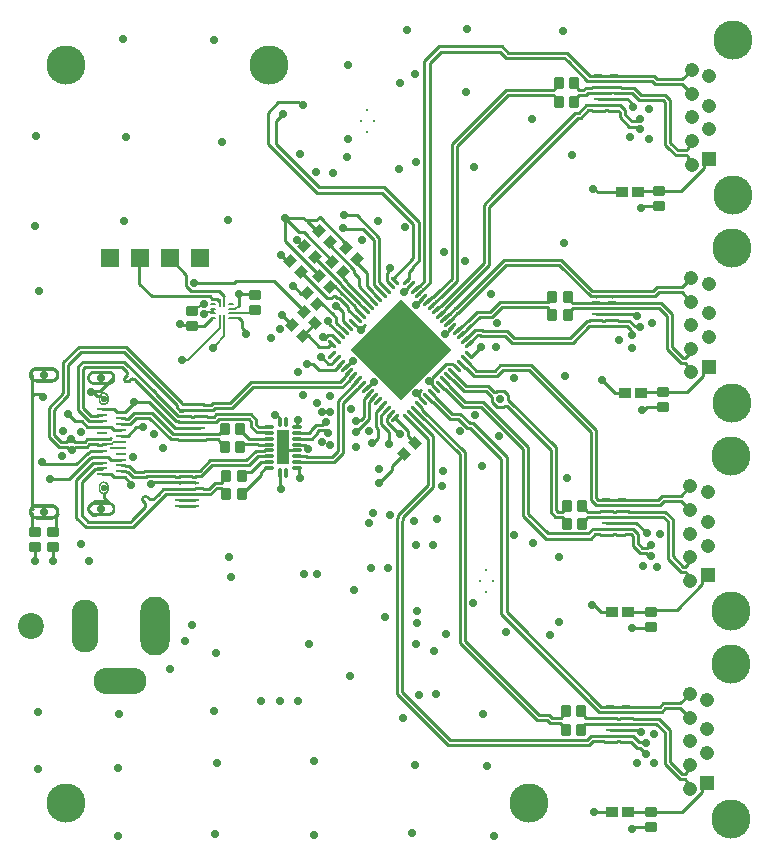
<source format=gtl>
G04*
G04 #@! TF.GenerationSoftware,Altium Limited,Altium Designer,24.0.1 (36)*
G04*
G04 Layer_Physical_Order=1*
G04 Layer_Color=255*
%FSLAX44Y44*%
%MOMM*%
G71*
G04*
G04 #@! TF.SameCoordinates,3B49473D-73B2-42EE-9F38-8EB038721B03*
G04*
G04*
G04 #@! TF.FilePolarity,Positive*
G04*
G01*
G75*
%ADD10C,0.2000*%
%ADD16C,0.2540*%
G04:AMPARAMS|DCode=17|XSize=0.86mm|YSize=0.26mm|CornerRadius=0.0325mm|HoleSize=0mm|Usage=FLASHONLY|Rotation=135.000|XOffset=0mm|YOffset=0mm|HoleType=Round|Shape=RoundedRectangle|*
%AMROUNDEDRECTD17*
21,1,0.8600,0.1950,0,0,135.0*
21,1,0.7950,0.2600,0,0,135.0*
1,1,0.0650,-0.2121,0.3500*
1,1,0.0650,0.3500,-0.2121*
1,1,0.0650,0.2121,-0.3500*
1,1,0.0650,-0.3500,0.2121*
%
%ADD17ROUNDEDRECTD17*%
G04:AMPARAMS|DCode=18|XSize=0.26mm|YSize=0.86mm|CornerRadius=0.0325mm|HoleSize=0mm|Usage=FLASHONLY|Rotation=135.000|XOffset=0mm|YOffset=0mm|HoleType=Round|Shape=RoundedRectangle|*
%AMROUNDEDRECTD18*
21,1,0.2600,0.7950,0,0,135.0*
21,1,0.1950,0.8600,0,0,135.0*
1,1,0.0650,0.2121,0.3500*
1,1,0.0650,0.3500,0.2121*
1,1,0.0650,-0.2121,-0.3500*
1,1,0.0650,-0.3500,-0.2121*
%
%ADD18ROUNDEDRECTD18*%
%ADD19R,0.9500X0.2700*%
G04:AMPARAMS|DCode=20|XSize=1mm|YSize=0.82mm|CornerRadius=0.041mm|HoleSize=0mm|Usage=FLASHONLY|Rotation=180.000|XOffset=0mm|YOffset=0mm|HoleType=Round|Shape=RoundedRectangle|*
%AMROUNDEDRECTD20*
21,1,1.0000,0.7380,0,0,180.0*
21,1,0.9180,0.8200,0,0,180.0*
1,1,0.0820,-0.4590,0.3690*
1,1,0.0820,0.4590,0.3690*
1,1,0.0820,0.4590,-0.3690*
1,1,0.0820,-0.4590,-0.3690*
%
%ADD20ROUNDEDRECTD20*%
G04:AMPARAMS|DCode=21|XSize=0.95mm|YSize=0.8mm|CornerRadius=0.04mm|HoleSize=0mm|Usage=FLASHONLY|Rotation=45.000|XOffset=0mm|YOffset=0mm|HoleType=Round|Shape=RoundedRectangle|*
%AMROUNDEDRECTD21*
21,1,0.9500,0.7200,0,0,45.0*
21,1,0.8700,0.8000,0,0,45.0*
1,1,0.0800,0.5622,0.0530*
1,1,0.0800,-0.0530,-0.5622*
1,1,0.0800,-0.5622,-0.0530*
1,1,0.0800,0.0530,0.5622*
%
%ADD21ROUNDEDRECTD21*%
G04:AMPARAMS|DCode=22|XSize=0.74mm|YSize=0.22mm|CornerRadius=0.0066mm|HoleSize=0mm|Usage=FLASHONLY|Rotation=180.000|XOffset=0mm|YOffset=0mm|HoleType=Round|Shape=RoundedRectangle|*
%AMROUNDEDRECTD22*
21,1,0.7400,0.2068,0,0,180.0*
21,1,0.7268,0.2200,0,0,180.0*
1,1,0.0132,-0.3634,0.1034*
1,1,0.0132,0.3634,0.1034*
1,1,0.0132,0.3634,-0.1034*
1,1,0.0132,-0.3634,-0.1034*
%
%ADD22ROUNDEDRECTD22*%
G04:AMPARAMS|DCode=23|XSize=0.95mm|YSize=0.8mm|CornerRadius=0.04mm|HoleSize=0mm|Usage=FLASHONLY|Rotation=135.000|XOffset=0mm|YOffset=0mm|HoleType=Round|Shape=RoundedRectangle|*
%AMROUNDEDRECTD23*
21,1,0.9500,0.7200,0,0,135.0*
21,1,0.8700,0.8000,0,0,135.0*
1,1,0.0800,-0.0530,0.5622*
1,1,0.0800,0.5622,-0.0530*
1,1,0.0800,0.0530,-0.5622*
1,1,0.0800,-0.5622,0.0530*
%
%ADD23ROUNDEDRECTD23*%
G04:AMPARAMS|DCode=24|XSize=0.86mm|YSize=0.27mm|CornerRadius=0.0675mm|HoleSize=0mm|Usage=FLASHONLY|Rotation=270.000|XOffset=0mm|YOffset=0mm|HoleType=Round|Shape=RoundedRectangle|*
%AMROUNDEDRECTD24*
21,1,0.8600,0.1350,0,0,270.0*
21,1,0.7250,0.2700,0,0,270.0*
1,1,0.1350,-0.0675,-0.3625*
1,1,0.1350,-0.0675,0.3625*
1,1,0.1350,0.0675,0.3625*
1,1,0.1350,0.0675,-0.3625*
%
%ADD24ROUNDEDRECTD24*%
G04:AMPARAMS|DCode=25|XSize=0.86mm|YSize=0.27mm|CornerRadius=0.0675mm|HoleSize=0mm|Usage=FLASHONLY|Rotation=0.000|XOffset=0mm|YOffset=0mm|HoleType=Round|Shape=RoundedRectangle|*
%AMROUNDEDRECTD25*
21,1,0.8600,0.1350,0,0,0.0*
21,1,0.7250,0.2700,0,0,0.0*
1,1,0.1350,0.3625,-0.0675*
1,1,0.1350,-0.3625,-0.0675*
1,1,0.1350,-0.3625,0.0675*
1,1,0.1350,0.3625,0.0675*
%
%ADD25ROUNDEDRECTD25*%
G04:AMPARAMS|DCode=26|XSize=0.95mm|YSize=0.8mm|CornerRadius=0.04mm|HoleSize=0mm|Usage=FLASHONLY|Rotation=180.000|XOffset=0mm|YOffset=0mm|HoleType=Round|Shape=RoundedRectangle|*
%AMROUNDEDRECTD26*
21,1,0.9500,0.7200,0,0,180.0*
21,1,0.8700,0.8000,0,0,180.0*
1,1,0.0800,-0.4350,0.3600*
1,1,0.0800,0.4350,0.3600*
1,1,0.0800,0.4350,-0.3600*
1,1,0.0800,-0.4350,-0.3600*
%
%ADD26ROUNDEDRECTD26*%
G04:AMPARAMS|DCode=27|XSize=1mm|YSize=0.82mm|CornerRadius=0.041mm|HoleSize=0mm|Usage=FLASHONLY|Rotation=90.000|XOffset=0mm|YOffset=0mm|HoleType=Round|Shape=RoundedRectangle|*
%AMROUNDEDRECTD27*
21,1,1.0000,0.7380,0,0,90.0*
21,1,0.9180,0.8200,0,0,90.0*
1,1,0.0820,0.3690,0.4590*
1,1,0.0820,0.3690,-0.4590*
1,1,0.0820,-0.3690,-0.4590*
1,1,0.0820,-0.3690,0.4590*
%
%ADD27ROUNDEDRECTD27*%
%ADD28R,1.1061X0.9582*%
G04:AMPARAMS|DCode=29|XSize=0.2mm|YSize=0.5mm|CornerRadius=0.05mm|HoleSize=0mm|Usage=FLASHONLY|Rotation=90.000|XOffset=0mm|YOffset=0mm|HoleType=Round|Shape=RoundedRectangle|*
%AMROUNDEDRECTD29*
21,1,0.2000,0.4000,0,0,90.0*
21,1,0.1000,0.5000,0,0,90.0*
1,1,0.1000,0.2000,0.0500*
1,1,0.1000,0.2000,-0.0500*
1,1,0.1000,-0.2000,-0.0500*
1,1,0.1000,-0.2000,0.0500*
%
%ADD29ROUNDEDRECTD29*%
%ADD53P,8.4853X4X180.0*%
%ADD54R,0.1000X0.1000*%
%ADD55R,1.0000X3.0000*%
G04:AMPARAMS|DCode=56|XSize=0.7mm|YSize=0.2mm|CornerRadius=0.05mm|HoleSize=0mm|Usage=FLASHONLY|Rotation=90.000|XOffset=0mm|YOffset=0mm|HoleType=Round|Shape=RoundedRectangle|*
%AMROUNDEDRECTD56*
21,1,0.7000,0.1000,0,0,90.0*
21,1,0.6000,0.2000,0,0,90.0*
1,1,0.1000,0.0500,0.3000*
1,1,0.1000,0.0500,-0.3000*
1,1,0.1000,-0.0500,-0.3000*
1,1,0.1000,-0.0500,0.3000*
%
%ADD56ROUNDEDRECTD56*%
%ADD57C,0.3000*%
%ADD58R,1.5000X1.5000*%
%ADD59C,3.3160*%
%ADD60C,0.5500*%
%ADD61C,0.7000*%
%ADD62R,1.2080X1.2080*%
%ADD63C,1.2080*%
%ADD64C,2.2000*%
%ADD65O,4.5000X2.2500*%
%ADD66O,2.2500X4.5000*%
%ADD67O,2.5000X5.0000*%
G36*
X332222Y817744D02*
X332444Y817727D01*
X332665Y817698D01*
X332884Y817657D01*
X333100Y817605D01*
X333313Y817542D01*
X333523Y817468D01*
X333729Y817383D01*
X333929Y817287D01*
X334125Y817181D01*
X334315Y817064D01*
X334498Y816938D01*
X334675Y816803D01*
X334844Y816658D01*
X335005Y816505D01*
X335158Y816344D01*
X335303Y816175D01*
X335438Y815998D01*
X335564Y815815D01*
X335681Y815625D01*
X335787Y815430D01*
X335883Y815229D01*
X335968Y815023D01*
X336042Y814813D01*
X336105Y814600D01*
X336157Y814384D01*
X336198Y814165D01*
X336227Y813944D01*
X336244Y813722D01*
X336250Y813500D01*
Y812250D01*
Y811000D01*
X336244Y810778D01*
X336227Y810556D01*
X336198Y810335D01*
X336157Y810116D01*
X336105Y809900D01*
X336042Y809687D01*
X335968Y809477D01*
X335883Y809271D01*
X335787Y809071D01*
X335681Y808875D01*
X335564Y808685D01*
X335438Y808502D01*
X335303Y808325D01*
X335158Y808156D01*
X335005Y807995D01*
X334844Y807842D01*
X334675Y807697D01*
X334498Y807562D01*
X334315Y807436D01*
X334125Y807319D01*
X333929Y807213D01*
X333729Y807117D01*
X333523Y807032D01*
X333313Y806958D01*
X333100Y806895D01*
X332884Y806843D01*
X332665Y806802D01*
X332444Y806773D01*
X332222Y806756D01*
X332000Y806750D01*
X331778Y806756D01*
X331556Y806773D01*
X331335Y806802D01*
X331116Y806843D01*
X330900Y806895D01*
X330687Y806958D01*
X330477Y807032D01*
X330271Y807117D01*
X330070Y807213D01*
X329875Y807319D01*
X329685Y807436D01*
X329502Y807562D01*
X329325Y807697D01*
X329156Y807842D01*
X328995Y807995D01*
X328842Y808156D01*
X328697Y808325D01*
X328562Y808502D01*
X328436Y808685D01*
X328319Y808875D01*
X328213Y809071D01*
X328117Y809271D01*
X328032Y809477D01*
X327958Y809687D01*
X327895Y809900D01*
X327843Y810116D01*
X327802Y810335D01*
X327773Y810556D01*
X327756Y810778D01*
X327750Y811000D01*
Y812250D01*
Y813500D01*
X327756Y813722D01*
X327773Y813944D01*
X327802Y814165D01*
X327843Y814384D01*
X327895Y814600D01*
X327958Y814813D01*
X328032Y815023D01*
X328117Y815229D01*
X328213Y815430D01*
X328319Y815625D01*
X328436Y815815D01*
X328562Y815998D01*
X328697Y816175D01*
X328842Y816344D01*
X328995Y816505D01*
X329156Y816658D01*
X329325Y816803D01*
X329502Y816938D01*
X329685Y817064D01*
X329875Y817181D01*
X330070Y817287D01*
X330271Y817383D01*
X330477Y817468D01*
X330687Y817542D01*
X330900Y817605D01*
X331116Y817657D01*
X331335Y817698D01*
X331556Y817727D01*
X331778Y817744D01*
X332000Y817750D01*
X332222Y817744D01*
D02*
G37*
G36*
X336314Y800492D02*
X336627Y800467D01*
X336939Y800426D01*
X337248Y800369D01*
X337553Y800296D01*
X337854Y800206D01*
X338150Y800101D01*
X338440Y799981D01*
X338724Y799846D01*
X339000Y799696D01*
X339268Y799532D01*
X339527Y799354D01*
X339776Y799163D01*
X340015Y798959D01*
X340243Y798743D01*
X340459Y798515D01*
X340663Y798276D01*
X340854Y798027D01*
X341032Y797768D01*
X341196Y797500D01*
X341346Y797224D01*
X341481Y796940D01*
X341601Y796650D01*
X341706Y796354D01*
X341796Y796053D01*
X341869Y795748D01*
X341926Y795439D01*
X341967Y795127D01*
X341992Y794814D01*
X342000Y794500D01*
X341992Y794186D01*
X341967Y793873D01*
X341926Y793561D01*
X341869Y793252D01*
X341796Y792947D01*
X341706Y792646D01*
X341601Y792350D01*
X341481Y792060D01*
X341346Y791776D01*
X341196Y791500D01*
X341032Y791232D01*
X340854Y790973D01*
X340663Y790724D01*
X340459Y790485D01*
X340243Y790257D01*
X340015Y790041D01*
X339776Y789837D01*
X339527Y789646D01*
X339268Y789468D01*
X339000Y789304D01*
X338724Y789154D01*
X338440Y789019D01*
X338150Y788898D01*
X337854Y788794D01*
X337553Y788704D01*
X337248Y788631D01*
X336939Y788574D01*
X336627Y788533D01*
X336314Y788508D01*
X336000Y788500D01*
X324000D01*
X323686Y788508D01*
X323373Y788533D01*
X323061Y788574D01*
X322752Y788631D01*
X322447Y788704D01*
X322146Y788794D01*
X321850Y788898D01*
X321560Y789019D01*
X321276Y789154D01*
X321000Y789304D01*
X320732Y789468D01*
X320473Y789646D01*
X320224Y789837D01*
X319985Y790041D01*
X319757Y790257D01*
X319541Y790485D01*
X319337Y790724D01*
X319146Y790973D01*
X318968Y791232D01*
X318804Y791500D01*
X318654Y791776D01*
X318519Y792060D01*
X318398Y792350D01*
X318294Y792646D01*
X318204Y792947D01*
X318131Y793252D01*
X318074Y793561D01*
X318033Y793873D01*
X318008Y794186D01*
X318000Y794500D01*
X318008Y794814D01*
X318033Y795127D01*
X318074Y795439D01*
X318131Y795748D01*
X318204Y796053D01*
X318294Y796354D01*
X318398Y796650D01*
X318519Y796940D01*
X318654Y797224D01*
X318804Y797500D01*
X318968Y797768D01*
X319146Y798027D01*
X319337Y798276D01*
X319541Y798515D01*
X319757Y798743D01*
X319985Y798959D01*
X320224Y799163D01*
X320473Y799354D01*
X320732Y799532D01*
X321000Y799696D01*
X321276Y799846D01*
X321560Y799981D01*
X321850Y800101D01*
X322146Y800206D01*
X322447Y800296D01*
X322752Y800369D01*
X323061Y800426D01*
X323373Y800467D01*
X323686Y800492D01*
X324000Y800500D01*
X336000D01*
X336314Y800492D01*
D02*
G37*
G36*
X288340Y798491D02*
X288679Y798464D01*
X289017Y798420D01*
X289351Y798358D01*
X289682Y798279D01*
X290009Y798182D01*
X290329Y798068D01*
X290644Y797938D01*
X290951Y797792D01*
X291250Y797629D01*
X291540Y797451D01*
X291821Y797259D01*
X292091Y797051D01*
X292349Y796830D01*
X292596Y796596D01*
X292831Y796349D01*
X293051Y796091D01*
X293259Y795821D01*
X293451Y795540D01*
X293629Y795250D01*
X293792Y794951D01*
X293938Y794644D01*
X294068Y794329D01*
X294182Y794009D01*
X294279Y793682D01*
X294358Y793351D01*
X294420Y793017D01*
X294464Y792679D01*
X294491Y792340D01*
X294500Y792000D01*
X294491Y791660D01*
X294464Y791321D01*
X294420Y790983D01*
X294358Y790649D01*
X294279Y790318D01*
X294182Y789991D01*
X294068Y789671D01*
X293938Y789356D01*
X293792Y789049D01*
X293629Y788750D01*
X293451Y788460D01*
X293259Y788179D01*
X293051Y787909D01*
X292831Y787651D01*
X292596Y787404D01*
X292349Y787170D01*
X292091Y786948D01*
X291821Y786741D01*
X291540Y786549D01*
X291250Y786371D01*
X290951Y786208D01*
X290644Y786062D01*
X290329Y785932D01*
X290009Y785818D01*
X289682Y785722D01*
X289351Y785642D01*
X289017Y785580D01*
X288679Y785536D01*
X288340Y785509D01*
X288000Y785500D01*
X275000D01*
X274660Y785509D01*
X274321Y785536D01*
X273983Y785580D01*
X273649Y785642D01*
X273318Y785722D01*
X272991Y785818D01*
X272671Y785932D01*
X272356Y786062D01*
X272049Y786208D01*
X271750Y786371D01*
X271460Y786549D01*
X271179Y786741D01*
X270909Y786948D01*
X270651Y787170D01*
X270404Y787404D01*
X270170Y787651D01*
X269949Y787909D01*
X269741Y788179D01*
X269549Y788460D01*
X269371Y788750D01*
X269209Y789049D01*
X269062Y789356D01*
X268932Y789671D01*
X268818Y789991D01*
X268722Y790318D01*
X268642Y790649D01*
X268580Y790983D01*
X268536Y791321D01*
X268509Y791660D01*
X268500Y792000D01*
X268509Y792340D01*
X268536Y792679D01*
X268580Y793017D01*
X268642Y793351D01*
X268722Y793682D01*
X268818Y794009D01*
X268932Y794329D01*
X269062Y794644D01*
X269209Y794951D01*
X269371Y795250D01*
X269549Y795540D01*
X269741Y795821D01*
X269949Y796091D01*
X270170Y796349D01*
X270404Y796596D01*
X270651Y796830D01*
X270909Y797051D01*
X271179Y797259D01*
X271460Y797451D01*
X271750Y797629D01*
X272049Y797792D01*
X272356Y797938D01*
X272671Y798068D01*
X272991Y798182D01*
X273318Y798279D01*
X273649Y798358D01*
X273983Y798420D01*
X274321Y798464D01*
X274660Y798491D01*
X275000Y798500D01*
X288000D01*
X288340Y798491D01*
D02*
G37*
G36*
Y914491D02*
X288679Y914464D01*
X289017Y914420D01*
X289351Y914358D01*
X289682Y914278D01*
X290009Y914182D01*
X290329Y914068D01*
X290644Y913938D01*
X290951Y913792D01*
X291250Y913629D01*
X291540Y913451D01*
X291821Y913259D01*
X292091Y913052D01*
X292349Y912830D01*
X292596Y912596D01*
X292831Y912349D01*
X293051Y912091D01*
X293259Y911821D01*
X293451Y911540D01*
X293629Y911250D01*
X293792Y910951D01*
X293938Y910644D01*
X294068Y910329D01*
X294182Y910009D01*
X294279Y909682D01*
X294358Y909351D01*
X294420Y909017D01*
X294464Y908679D01*
X294491Y908340D01*
X294500Y908000D01*
X294491Y907660D01*
X294464Y907321D01*
X294420Y906983D01*
X294358Y906649D01*
X294279Y906318D01*
X294182Y905991D01*
X294068Y905671D01*
X293938Y905356D01*
X293792Y905049D01*
X293629Y904750D01*
X293451Y904460D01*
X293259Y904179D01*
X293051Y903909D01*
X292831Y903651D01*
X292596Y903404D01*
X292349Y903170D01*
X292091Y902949D01*
X291821Y902741D01*
X291540Y902549D01*
X291250Y902371D01*
X290951Y902208D01*
X290644Y902062D01*
X290329Y901932D01*
X290009Y901818D01*
X289682Y901721D01*
X289351Y901642D01*
X289017Y901580D01*
X288679Y901536D01*
X288340Y901509D01*
X288000Y901500D01*
X275000D01*
X274660Y901509D01*
X274321Y901536D01*
X273983Y901580D01*
X273649Y901642D01*
X273318Y901721D01*
X272991Y901818D01*
X272671Y901932D01*
X272356Y902062D01*
X272049Y902208D01*
X271750Y902371D01*
X271460Y902549D01*
X271179Y902741D01*
X270909Y902949D01*
X270651Y903170D01*
X270404Y903404D01*
X270170Y903651D01*
X269949Y903909D01*
X269741Y904179D01*
X269549Y904460D01*
X269371Y904750D01*
X269209Y905049D01*
X269062Y905356D01*
X268932Y905671D01*
X268818Y905991D01*
X268722Y906318D01*
X268642Y906649D01*
X268580Y906983D01*
X268536Y907321D01*
X268509Y907660D01*
X268500Y908000D01*
X268509Y908340D01*
X268536Y908679D01*
X268580Y909017D01*
X268642Y909351D01*
X268722Y909682D01*
X268818Y910009D01*
X268932Y910329D01*
X269062Y910644D01*
X269209Y910951D01*
X269371Y911250D01*
X269549Y911540D01*
X269741Y911821D01*
X269949Y912091D01*
X270170Y912349D01*
X270404Y912596D01*
X270651Y912830D01*
X270909Y913052D01*
X271179Y913259D01*
X271460Y913451D01*
X271750Y913629D01*
X272049Y913792D01*
X272356Y913938D01*
X272671Y914068D01*
X272991Y914182D01*
X273318Y914278D01*
X273649Y914358D01*
X273983Y914420D01*
X274321Y914464D01*
X274660Y914491D01*
X275000Y914500D01*
X288000D01*
X288340Y914491D01*
D02*
G37*
G36*
X336314Y911492D02*
X336627Y911467D01*
X336939Y911426D01*
X337248Y911369D01*
X337553Y911296D01*
X337854Y911206D01*
X338150Y911102D01*
X338440Y910981D01*
X338724Y910846D01*
X339000Y910696D01*
X339268Y910532D01*
X339527Y910354D01*
X339776Y910163D01*
X340015Y909959D01*
X340243Y909743D01*
X340459Y909515D01*
X340663Y909276D01*
X340854Y909027D01*
X341032Y908768D01*
X341196Y908500D01*
X341346Y908224D01*
X341481Y907940D01*
X341601Y907650D01*
X341706Y907354D01*
X341796Y907053D01*
X341869Y906748D01*
X341926Y906439D01*
X341967Y906127D01*
X341992Y905814D01*
X342000Y905500D01*
X341992Y905186D01*
X341967Y904873D01*
X341926Y904561D01*
X341869Y904252D01*
X341796Y903947D01*
X341706Y903646D01*
X341601Y903350D01*
X341481Y903060D01*
X341346Y902776D01*
X341196Y902500D01*
X341032Y902232D01*
X340854Y901973D01*
X340663Y901724D01*
X340459Y901485D01*
X340243Y901257D01*
X340015Y901041D01*
X339776Y900837D01*
X339527Y900646D01*
X339268Y900468D01*
X339000Y900304D01*
X338724Y900154D01*
X338440Y900019D01*
X338150Y899899D01*
X337854Y899794D01*
X337553Y899704D01*
X337248Y899631D01*
X336939Y899574D01*
X336627Y899533D01*
X336314Y899508D01*
X336000Y899500D01*
X324000D01*
X323686Y899508D01*
X323373Y899533D01*
X323061Y899574D01*
X322752Y899631D01*
X322447Y899704D01*
X322146Y899794D01*
X321850Y899899D01*
X321560Y900019D01*
X321276Y900154D01*
X321000Y900304D01*
X320732Y900468D01*
X320473Y900646D01*
X320224Y900837D01*
X319985Y901041D01*
X319757Y901257D01*
X319541Y901485D01*
X319337Y901724D01*
X319146Y901973D01*
X318968Y902232D01*
X318804Y902500D01*
X318654Y902776D01*
X318519Y903060D01*
X318398Y903350D01*
X318294Y903646D01*
X318204Y903947D01*
X318131Y904252D01*
X318074Y904561D01*
X318033Y904873D01*
X318008Y905186D01*
X318000Y905500D01*
X318008Y905814D01*
X318033Y906127D01*
X318074Y906439D01*
X318131Y906748D01*
X318204Y907053D01*
X318294Y907354D01*
X318398Y907650D01*
X318519Y907940D01*
X318654Y908224D01*
X318804Y908500D01*
X318968Y908768D01*
X319146Y909027D01*
X319337Y909276D01*
X319541Y909515D01*
X319757Y909743D01*
X319985Y909959D01*
X320224Y910163D01*
X320473Y910354D01*
X320732Y910532D01*
X321000Y910696D01*
X321276Y910846D01*
X321560Y910981D01*
X321850Y911102D01*
X322146Y911206D01*
X322447Y911296D01*
X322752Y911369D01*
X323061Y911426D01*
X323373Y911467D01*
X323686Y911492D01*
X324000Y911500D01*
X336000D01*
X336314Y911492D01*
D02*
G37*
G36*
X332222Y893244D02*
X332444Y893227D01*
X332665Y893198D01*
X332884Y893157D01*
X333100Y893105D01*
X333313Y893042D01*
X333523Y892968D01*
X333729Y892883D01*
X333929Y892787D01*
X334125Y892681D01*
X334315Y892564D01*
X334498Y892438D01*
X334675Y892303D01*
X334844Y892158D01*
X335005Y892005D01*
X335158Y891844D01*
X335303Y891675D01*
X335438Y891498D01*
X335564Y891315D01*
X335681Y891125D01*
X335787Y890929D01*
X335883Y890729D01*
X335968Y890523D01*
X336042Y890313D01*
X336105Y890100D01*
X336157Y889884D01*
X336198Y889665D01*
X336227Y889444D01*
X336244Y889222D01*
X336250Y889000D01*
Y887750D01*
Y886500D01*
X336244Y886278D01*
X336227Y886056D01*
X336198Y885835D01*
X336157Y885616D01*
X336105Y885400D01*
X336042Y885187D01*
X335968Y884977D01*
X335883Y884771D01*
X335787Y884570D01*
X335681Y884375D01*
X335564Y884185D01*
X335438Y884002D01*
X335303Y883825D01*
X335158Y883656D01*
X335005Y883495D01*
X334844Y883342D01*
X334675Y883197D01*
X334498Y883062D01*
X334315Y882936D01*
X334125Y882819D01*
X333929Y882713D01*
X333729Y882617D01*
X333523Y882532D01*
X333313Y882458D01*
X333100Y882395D01*
X332884Y882343D01*
X332665Y882302D01*
X332444Y882273D01*
X332222Y882256D01*
X332000Y882250D01*
X331778Y882256D01*
X331556Y882273D01*
X331335Y882302D01*
X331116Y882343D01*
X330900Y882395D01*
X330687Y882458D01*
X330477Y882532D01*
X330271Y882617D01*
X330070Y882713D01*
X329875Y882819D01*
X329685Y882936D01*
X329502Y883062D01*
X329325Y883197D01*
X329156Y883342D01*
X328995Y883495D01*
X328842Y883656D01*
X328697Y883825D01*
X328562Y884002D01*
X328436Y884185D01*
X328319Y884375D01*
X328213Y884570D01*
X328117Y884771D01*
X328032Y884977D01*
X327958Y885187D01*
X327895Y885400D01*
X327843Y885616D01*
X327802Y885835D01*
X327773Y886056D01*
X327756Y886278D01*
X327750Y886500D01*
Y887750D01*
Y889000D01*
X327756Y889222D01*
X327773Y889444D01*
X327802Y889665D01*
X327843Y889884D01*
X327895Y890100D01*
X327958Y890313D01*
X328032Y890523D01*
X328117Y890729D01*
X328213Y890929D01*
X328319Y891125D01*
X328436Y891315D01*
X328562Y891498D01*
X328697Y891675D01*
X328842Y891844D01*
X328995Y892005D01*
X329156Y892158D01*
X329325Y892303D01*
X329502Y892438D01*
X329685Y892564D01*
X329875Y892681D01*
X330070Y892787D01*
X330271Y892883D01*
X330477Y892968D01*
X330687Y893042D01*
X330900Y893105D01*
X331116Y893157D01*
X331335Y893198D01*
X331556Y893227D01*
X331778Y893244D01*
X332000Y893250D01*
X332222Y893244D01*
D02*
G37*
%LPC*%
G36*
X332000Y816250D02*
X331856Y816246D01*
X331712Y816235D01*
X331570Y816216D01*
X331428Y816190D01*
X331288Y816156D01*
X331150Y816115D01*
X331015Y816067D01*
X330882Y816012D01*
X330751Y815950D01*
X330625Y815882D01*
X330502Y815806D01*
X330384Y815725D01*
X330269Y815637D01*
X330160Y815544D01*
X330055Y815444D01*
X329956Y815340D01*
X329863Y815231D01*
X329775Y815116D01*
X329694Y814998D01*
X329618Y814875D01*
X329550Y814749D01*
X329488Y814619D01*
X329433Y814485D01*
X329385Y814350D01*
X329344Y814212D01*
X329310Y814072D01*
X329284Y813930D01*
X329265Y813788D01*
X329254Y813644D01*
X329250Y813500D01*
Y812250D01*
Y811000D01*
X329254Y810856D01*
X329265Y810713D01*
X329284Y810570D01*
X329310Y810428D01*
X329344Y810288D01*
X329385Y810150D01*
X329433Y810014D01*
X329488Y809882D01*
X329550Y809752D01*
X329618Y809625D01*
X329694Y809502D01*
X329775Y809384D01*
X329863Y809269D01*
X329956Y809160D01*
X330055Y809055D01*
X330160Y808956D01*
X330269Y808863D01*
X330384Y808775D01*
X330502Y808694D01*
X330625Y808618D01*
X330751Y808550D01*
X330882Y808488D01*
X331015Y808433D01*
X331150Y808385D01*
X331288Y808344D01*
X331428Y808310D01*
X331570Y808284D01*
X331712Y808265D01*
X331856Y808254D01*
X332000Y808250D01*
X332144Y808254D01*
X332287Y808265D01*
X332430Y808284D01*
X332572Y808310D01*
X332712Y808344D01*
X332850Y808385D01*
X332985Y808433D01*
X333119Y808488D01*
X333248Y808550D01*
X333375Y808618D01*
X333498Y808694D01*
X333616Y808775D01*
X333731Y808863D01*
X333840Y808956D01*
X333945Y809055D01*
X334044Y809160D01*
X334137Y809269D01*
X334225Y809384D01*
X334306Y809502D01*
X334382Y809625D01*
X334450Y809752D01*
X334512Y809882D01*
X334567Y810014D01*
X334615Y810150D01*
X334656Y810288D01*
X334690Y810428D01*
X334716Y810570D01*
X334735Y810713D01*
X334746Y810856D01*
X334750Y811000D01*
Y812250D01*
Y813500D01*
X334746Y813644D01*
X334735Y813788D01*
X334716Y813930D01*
X334690Y814072D01*
X334656Y814212D01*
X334615Y814350D01*
X334567Y814485D01*
X334512Y814619D01*
X334450Y814749D01*
X334382Y814875D01*
X334306Y814998D01*
X334225Y815116D01*
X334137Y815231D01*
X334044Y815340D01*
X333945Y815444D01*
X333840Y815544D01*
X333731Y815637D01*
X333616Y815725D01*
X333498Y815806D01*
X333375Y815882D01*
X333248Y815950D01*
X333119Y816012D01*
X332985Y816067D01*
X332850Y816115D01*
X332712Y816156D01*
X332572Y816190D01*
X332430Y816216D01*
X332287Y816235D01*
X332144Y816246D01*
X332000Y816250D01*
D02*
G37*
G36*
X336000Y798000D02*
X324000D01*
X323817Y797995D01*
X323634Y797981D01*
X323452Y797957D01*
X323272Y797924D01*
X323094Y797881D01*
X322918Y797829D01*
X322746Y797767D01*
X322576Y797697D01*
X322411Y797618D01*
X322250Y797531D01*
X322094Y797435D01*
X321943Y797332D01*
X321797Y797220D01*
X321658Y797101D01*
X321525Y796975D01*
X321399Y796842D01*
X321280Y796703D01*
X321168Y796557D01*
X321065Y796406D01*
X320969Y796250D01*
X320882Y796089D01*
X320803Y795924D01*
X320732Y795754D01*
X320671Y795582D01*
X320619Y795406D01*
X320577Y795228D01*
X320543Y795048D01*
X320519Y794866D01*
X320505Y794683D01*
X320500Y794500D01*
X320505Y794317D01*
X320519Y794134D01*
X320543Y793952D01*
X320577Y793772D01*
X320619Y793594D01*
X320671Y793419D01*
X320732Y793246D01*
X320803Y793076D01*
X320882Y792911D01*
X320969Y792750D01*
X321065Y792594D01*
X321168Y792443D01*
X321280Y792297D01*
X321399Y792158D01*
X321525Y792025D01*
X321658Y791899D01*
X321797Y791780D01*
X321943Y791668D01*
X322094Y791565D01*
X322250Y791469D01*
X322411Y791382D01*
X322576Y791303D01*
X322746Y791233D01*
X322918Y791171D01*
X323094Y791119D01*
X323272Y791077D01*
X323452Y791043D01*
X323634Y791019D01*
X323817Y791005D01*
X324000Y791000D01*
X336000D01*
X336183Y791005D01*
X336366Y791019D01*
X336548Y791043D01*
X336728Y791077D01*
X336906Y791119D01*
X337082Y791171D01*
X337254Y791233D01*
X337424Y791303D01*
X337589Y791382D01*
X337750Y791469D01*
X337906Y791565D01*
X338057Y791668D01*
X338203Y791780D01*
X338342Y791899D01*
X338475Y792025D01*
X338601Y792158D01*
X338720Y792297D01*
X338832Y792443D01*
X338935Y792594D01*
X339031Y792750D01*
X339118Y792911D01*
X339197Y793076D01*
X339268Y793246D01*
X339329Y793419D01*
X339381Y793594D01*
X339423Y793772D01*
X339457Y793952D01*
X339481Y794134D01*
X339495Y794317D01*
X339500Y794500D01*
X339495Y794683D01*
X339481Y794866D01*
X339457Y795048D01*
X339423Y795228D01*
X339381Y795406D01*
X339329Y795582D01*
X339268Y795754D01*
X339197Y795924D01*
X339118Y796089D01*
X339031Y796250D01*
X338935Y796406D01*
X338832Y796557D01*
X338720Y796703D01*
X338601Y796842D01*
X338475Y796975D01*
X338342Y797101D01*
X338203Y797220D01*
X338057Y797332D01*
X337906Y797435D01*
X337750Y797531D01*
X337589Y797618D01*
X337424Y797697D01*
X337254Y797767D01*
X337082Y797829D01*
X336906Y797881D01*
X336728Y797924D01*
X336548Y797957D01*
X336366Y797981D01*
X336183Y797995D01*
X336000Y798000D01*
D02*
G37*
G36*
X288000Y795500D02*
X275000D01*
X274817Y795495D01*
X274634Y795481D01*
X274452Y795457D01*
X274272Y795424D01*
X274094Y795381D01*
X273918Y795329D01*
X273746Y795267D01*
X273576Y795197D01*
X273411Y795118D01*
X273250Y795031D01*
X273094Y794935D01*
X272943Y794832D01*
X272797Y794720D01*
X272658Y794601D01*
X272525Y794475D01*
X272399Y794342D01*
X272280Y794203D01*
X272168Y794057D01*
X272065Y793906D01*
X271969Y793750D01*
X271882Y793589D01*
X271803Y793424D01*
X271733Y793254D01*
X271671Y793082D01*
X271619Y792906D01*
X271576Y792728D01*
X271543Y792548D01*
X271519Y792366D01*
X271505Y792183D01*
X271500Y792000D01*
X271505Y791817D01*
X271519Y791634D01*
X271543Y791452D01*
X271576Y791272D01*
X271619Y791094D01*
X271671Y790918D01*
X271733Y790746D01*
X271803Y790576D01*
X271882Y790411D01*
X271969Y790250D01*
X272065Y790094D01*
X272168Y789943D01*
X272280Y789797D01*
X272399Y789658D01*
X272525Y789525D01*
X272658Y789399D01*
X272797Y789280D01*
X272943Y789168D01*
X273094Y789065D01*
X273250Y788969D01*
X273411Y788882D01*
X273576Y788803D01*
X273746Y788733D01*
X273918Y788671D01*
X274094Y788619D01*
X274272Y788577D01*
X274452Y788543D01*
X274634Y788519D01*
X274817Y788505D01*
X275000Y788500D01*
X288000D01*
X288183Y788505D01*
X288366Y788519D01*
X288547Y788543D01*
X288728Y788577D01*
X288906Y788619D01*
X289082Y788671D01*
X289254Y788733D01*
X289424Y788803D01*
X289589Y788882D01*
X289750Y788969D01*
X289906Y789065D01*
X290057Y789168D01*
X290203Y789280D01*
X290342Y789399D01*
X290475Y789525D01*
X290601Y789658D01*
X290720Y789797D01*
X290832Y789943D01*
X290935Y790094D01*
X291031Y790250D01*
X291119Y790411D01*
X291197Y790576D01*
X291268Y790746D01*
X291329Y790918D01*
X291381Y791094D01*
X291423Y791272D01*
X291457Y791452D01*
X291481Y791634D01*
X291495Y791817D01*
X291500Y792000D01*
X291495Y792183D01*
X291481Y792366D01*
X291457Y792548D01*
X291423Y792728D01*
X291381Y792906D01*
X291329Y793082D01*
X291268Y793254D01*
X291197Y793424D01*
X291119Y793589D01*
X291031Y793750D01*
X290935Y793906D01*
X290832Y794057D01*
X290720Y794203D01*
X290601Y794342D01*
X290475Y794475D01*
X290342Y794601D01*
X290203Y794720D01*
X290057Y794832D01*
X289906Y794935D01*
X289750Y795031D01*
X289589Y795118D01*
X289424Y795197D01*
X289254Y795267D01*
X289082Y795329D01*
X288906Y795381D01*
X288728Y795424D01*
X288547Y795457D01*
X288366Y795481D01*
X288183Y795495D01*
X288000Y795500D01*
D02*
G37*
G36*
Y911500D02*
X275000D01*
X274817Y911495D01*
X274634Y911481D01*
X274452Y911457D01*
X274272Y911423D01*
X274094Y911381D01*
X273918Y911329D01*
X273746Y911267D01*
X273576Y911197D01*
X273411Y911118D01*
X273250Y911031D01*
X273094Y910935D01*
X272943Y910832D01*
X272797Y910720D01*
X272658Y910601D01*
X272525Y910475D01*
X272399Y910342D01*
X272280Y910203D01*
X272168Y910057D01*
X272065Y909906D01*
X271969Y909750D01*
X271882Y909589D01*
X271803Y909424D01*
X271733Y909254D01*
X271671Y909082D01*
X271619Y908906D01*
X271576Y908728D01*
X271543Y908548D01*
X271519Y908366D01*
X271505Y908183D01*
X271500Y908000D01*
X271505Y907817D01*
X271519Y907634D01*
X271543Y907452D01*
X271576Y907272D01*
X271619Y907094D01*
X271671Y906918D01*
X271733Y906746D01*
X271803Y906576D01*
X271882Y906411D01*
X271969Y906250D01*
X272065Y906094D01*
X272168Y905943D01*
X272280Y905797D01*
X272399Y905658D01*
X272525Y905525D01*
X272658Y905399D01*
X272797Y905280D01*
X272943Y905168D01*
X273094Y905065D01*
X273250Y904969D01*
X273411Y904882D01*
X273576Y904803D01*
X273746Y904733D01*
X273918Y904671D01*
X274094Y904619D01*
X274272Y904576D01*
X274452Y904543D01*
X274634Y904519D01*
X274817Y904505D01*
X275000Y904500D01*
X288000D01*
X288183Y904505D01*
X288366Y904519D01*
X288547Y904543D01*
X288728Y904576D01*
X288906Y904619D01*
X289082Y904671D01*
X289254Y904733D01*
X289424Y904803D01*
X289589Y904882D01*
X289750Y904969D01*
X289906Y905065D01*
X290057Y905168D01*
X290203Y905280D01*
X290342Y905399D01*
X290475Y905525D01*
X290601Y905658D01*
X290720Y905797D01*
X290832Y905943D01*
X290935Y906094D01*
X291031Y906250D01*
X291119Y906411D01*
X291197Y906576D01*
X291268Y906746D01*
X291329Y906918D01*
X291381Y907094D01*
X291423Y907272D01*
X291457Y907452D01*
X291481Y907634D01*
X291495Y907817D01*
X291500Y908000D01*
X291495Y908183D01*
X291481Y908366D01*
X291457Y908548D01*
X291423Y908728D01*
X291381Y908906D01*
X291329Y909082D01*
X291268Y909254D01*
X291197Y909424D01*
X291119Y909589D01*
X291031Y909750D01*
X290935Y909906D01*
X290832Y910057D01*
X290720Y910203D01*
X290601Y910342D01*
X290475Y910475D01*
X290342Y910601D01*
X290203Y910720D01*
X290057Y910832D01*
X289906Y910935D01*
X289750Y911031D01*
X289589Y911118D01*
X289424Y911197D01*
X289254Y911267D01*
X289082Y911329D01*
X288906Y911381D01*
X288728Y911423D01*
X288547Y911457D01*
X288366Y911481D01*
X288183Y911495D01*
X288000Y911500D01*
D02*
G37*
G36*
X336000Y909000D02*
X324000D01*
X323817Y908995D01*
X323634Y908981D01*
X323452Y908957D01*
X323272Y908923D01*
X323094Y908881D01*
X322918Y908829D01*
X322746Y908767D01*
X322576Y908697D01*
X322411Y908618D01*
X322250Y908531D01*
X322094Y908435D01*
X321943Y908332D01*
X321797Y908220D01*
X321658Y908101D01*
X321525Y907975D01*
X321399Y907842D01*
X321280Y907703D01*
X321168Y907557D01*
X321065Y907406D01*
X320969Y907250D01*
X320882Y907089D01*
X320803Y906924D01*
X320732Y906754D01*
X320671Y906581D01*
X320619Y906406D01*
X320577Y906228D01*
X320543Y906048D01*
X320519Y905866D01*
X320505Y905683D01*
X320500Y905500D01*
X320505Y905317D01*
X320519Y905134D01*
X320543Y904952D01*
X320577Y904772D01*
X320619Y904594D01*
X320671Y904418D01*
X320732Y904246D01*
X320803Y904076D01*
X320882Y903911D01*
X320969Y903750D01*
X321065Y903594D01*
X321168Y903443D01*
X321280Y903297D01*
X321399Y903158D01*
X321525Y903025D01*
X321658Y902899D01*
X321797Y902780D01*
X321943Y902669D01*
X322094Y902565D01*
X322250Y902469D01*
X322411Y902382D01*
X322576Y902303D01*
X322746Y902233D01*
X322918Y902171D01*
X323094Y902119D01*
X323272Y902076D01*
X323452Y902043D01*
X323634Y902019D01*
X323817Y902005D01*
X324000Y902000D01*
X336000D01*
X336183Y902005D01*
X336366Y902019D01*
X336548Y902043D01*
X336728Y902076D01*
X336906Y902119D01*
X337082Y902171D01*
X337254Y902233D01*
X337424Y902303D01*
X337589Y902382D01*
X337750Y902469D01*
X337906Y902565D01*
X338057Y902669D01*
X338203Y902780D01*
X338342Y902899D01*
X338475Y903025D01*
X338601Y903158D01*
X338720Y903297D01*
X338832Y903443D01*
X338935Y903594D01*
X339031Y903750D01*
X339118Y903911D01*
X339197Y904076D01*
X339268Y904246D01*
X339329Y904418D01*
X339381Y904594D01*
X339423Y904772D01*
X339457Y904952D01*
X339481Y905134D01*
X339495Y905317D01*
X339500Y905500D01*
X339495Y905683D01*
X339481Y905866D01*
X339457Y906048D01*
X339423Y906228D01*
X339381Y906406D01*
X339329Y906581D01*
X339268Y906754D01*
X339197Y906924D01*
X339118Y907089D01*
X339031Y907250D01*
X338935Y907406D01*
X338832Y907557D01*
X338720Y907703D01*
X338601Y907842D01*
X338475Y907975D01*
X338342Y908101D01*
X338203Y908220D01*
X338057Y908332D01*
X337906Y908435D01*
X337750Y908531D01*
X337589Y908618D01*
X337424Y908697D01*
X337254Y908767D01*
X337082Y908829D01*
X336906Y908881D01*
X336728Y908923D01*
X336548Y908957D01*
X336366Y908981D01*
X336183Y908995D01*
X336000Y909000D01*
D02*
G37*
G36*
X332000Y891750D02*
X331856Y891746D01*
X331712Y891735D01*
X331570Y891716D01*
X331428Y891690D01*
X331288Y891656D01*
X331150Y891615D01*
X331015Y891567D01*
X330882Y891512D01*
X330751Y891450D01*
X330625Y891382D01*
X330502Y891306D01*
X330384Y891225D01*
X330269Y891137D01*
X330160Y891044D01*
X330055Y890945D01*
X329956Y890840D01*
X329863Y890731D01*
X329775Y890616D01*
X329694Y890498D01*
X329618Y890375D01*
X329550Y890248D01*
X329488Y890118D01*
X329433Y889986D01*
X329385Y889850D01*
X329344Y889712D01*
X329310Y889572D01*
X329284Y889430D01*
X329265Y889287D01*
X329254Y889144D01*
X329250Y889000D01*
Y887750D01*
Y886500D01*
X329254Y886356D01*
X329265Y886213D01*
X329284Y886070D01*
X329310Y885928D01*
X329344Y885788D01*
X329385Y885650D01*
X329433Y885515D01*
X329488Y885381D01*
X329550Y885251D01*
X329618Y885125D01*
X329694Y885002D01*
X329775Y884884D01*
X329863Y884769D01*
X329956Y884660D01*
X330055Y884556D01*
X330160Y884456D01*
X330269Y884363D01*
X330384Y884275D01*
X330502Y884194D01*
X330625Y884118D01*
X330751Y884050D01*
X330882Y883988D01*
X331015Y883933D01*
X331150Y883885D01*
X331288Y883844D01*
X331428Y883810D01*
X331570Y883784D01*
X331712Y883765D01*
X331856Y883754D01*
X332000Y883750D01*
X332144Y883754D01*
X332287Y883765D01*
X332430Y883784D01*
X332572Y883810D01*
X332712Y883844D01*
X332850Y883885D01*
X332985Y883933D01*
X333119Y883988D01*
X333248Y884050D01*
X333375Y884118D01*
X333498Y884194D01*
X333616Y884275D01*
X333731Y884363D01*
X333840Y884456D01*
X333945Y884556D01*
X334044Y884660D01*
X334137Y884769D01*
X334225Y884884D01*
X334306Y885002D01*
X334382Y885125D01*
X334450Y885251D01*
X334512Y885381D01*
X334567Y885515D01*
X334615Y885650D01*
X334656Y885788D01*
X334690Y885928D01*
X334716Y886070D01*
X334735Y886213D01*
X334746Y886356D01*
X334750Y886500D01*
Y887750D01*
Y889000D01*
X334746Y889144D01*
X334735Y889287D01*
X334716Y889430D01*
X334690Y889572D01*
X334656Y889712D01*
X334615Y889850D01*
X334567Y889986D01*
X334512Y890118D01*
X334450Y890248D01*
X334382Y890375D01*
X334306Y890498D01*
X334225Y890616D01*
X334137Y890731D01*
X334044Y890840D01*
X333945Y890945D01*
X333840Y891044D01*
X333731Y891137D01*
X333616Y891225D01*
X333498Y891306D01*
X333375Y891382D01*
X333248Y891450D01*
X333119Y891512D01*
X332985Y891567D01*
X332850Y891615D01*
X332712Y891656D01*
X332572Y891690D01*
X332430Y891716D01*
X332287Y891735D01*
X332144Y891746D01*
X332000Y891750D01*
D02*
G37*
%LPD*%
D10*
X426670Y933500D02*
X434250Y941080D01*
Y955500D01*
X430250Y947250D02*
Y955500D01*
X398626Y920717D02*
X398676Y920768D01*
X403768D01*
X430250Y947250D01*
X345900Y850900D02*
X346250Y851250D01*
X340281Y850900D02*
X345900D01*
X335172Y849400D02*
X338781D01*
X340281Y850900D01*
X334872Y849100D02*
X335172Y849400D01*
X330600Y849100D02*
X334872D01*
X330250Y848750D02*
X330600Y849100D01*
X338500Y846000D02*
X346000D01*
X346250Y846250D01*
X418633Y961133D02*
X422903D01*
X423520Y961750D01*
X417000Y959500D02*
X418633Y961133D01*
X443582Y964000D02*
X446250Y966668D01*
X439750Y964000D02*
X443582D01*
X439750Y960000D02*
X457500D01*
X460500Y963000D01*
X445790Y956000D02*
X446060Y955730D01*
X440980Y956000D02*
X445790D01*
X407650Y962250D02*
X410750Y965350D01*
X413077D02*
X415397Y967670D01*
X416750D01*
X410750Y965350D02*
X413077D01*
X406750Y962250D02*
X407650D01*
X423520Y961480D02*
Y961750D01*
Y961480D02*
X424750Y960250D01*
Y960000D02*
Y960250D01*
X423790Y956000D02*
X424750D01*
X423790Y964000D02*
X424750D01*
X434250Y968500D02*
Y974540D01*
X429916Y970666D02*
X430250D01*
Y968500D02*
Y970666D01*
D16*
X358253Y903859D02*
G03*
X354661Y903859I-1796J-1796D01*
G01*
X350145Y902554D02*
G03*
X353356Y902554I1605J1605D01*
G01*
X350145Y905764D02*
G03*
X350145Y902554I1605J-1605D01*
G01*
X351451Y907069D02*
G03*
X351451Y910662I-1796J1796D01*
G01*
X366928Y795789D02*
G03*
X366928Y799381I-1796J1796D01*
G01*
X365516Y804386D02*
G03*
X365516Y800794I1796J-1796D01*
G01*
X369108Y804386D02*
G03*
X365515Y804386I-1796J-1796D01*
G01*
X370521Y802973D02*
G03*
X374113Y802973I1796J1796D01*
G01*
X644331Y867480D02*
X673090Y838721D01*
X668750Y705499D02*
X671707Y702541D01*
X642533Y863140D02*
X668750Y836923D01*
Y705499D02*
Y836923D01*
X673090Y707296D02*
X676047Y704339D01*
X673090Y707296D02*
Y838721D01*
X676047Y704339D02*
X682839Y697548D01*
X676047Y704339D02*
Y704339D01*
X671707Y702541D02*
Y702541D01*
Y702541D02*
X681041Y693207D01*
X576180Y827180D02*
Y830680D01*
X565500Y816500D02*
X576180Y827180D01*
X586250Y840750D02*
Y841125D01*
X576180Y830680D02*
X586250Y840750D01*
X332804Y801270D02*
X334537Y799537D01*
X324617Y801270D02*
X332804D01*
X319056Y795709D02*
X324617Y801270D01*
X319056Y793605D02*
Y795709D01*
Y793605D02*
X322948Y789713D01*
X313250Y789000D02*
X318750Y783500D01*
X313250Y817475D02*
X324446Y828670D01*
X313250Y789000D02*
Y817475D01*
X356437Y779160D02*
X382689Y805411D01*
X308910Y819272D02*
X322648Y833010D01*
X308910Y787202D02*
Y819272D01*
Y787202D02*
X316952Y779160D01*
X756831Y964420D02*
X761980D01*
X756671Y964580D02*
X756831Y964420D01*
X754230Y964580D02*
X756671D01*
X754070Y964420D02*
X754230Y964580D01*
X748920Y964420D02*
X754070D01*
X748750Y964250D02*
X748920Y964420D01*
X761980D02*
X762150Y964250D01*
X743430Y964420D02*
X748580D01*
X743270Y964580D02*
X743430Y964420D01*
X748580D02*
X748750Y964250D01*
X734833Y964580D02*
X743270D01*
X734458Y964205D02*
X734833Y964580D01*
X729068Y964205D02*
X734458D01*
X727580Y962717D02*
X729068Y964205D01*
X727580Y961330D02*
Y962717D01*
X724750Y958500D02*
X727580Y961330D01*
X761980Y969080D02*
X762150Y969250D01*
X756831Y969080D02*
X761980D01*
X748920D02*
X754070D01*
X748750Y969250D02*
X748920Y969080D01*
X754070D02*
X754230Y968920D01*
X756671D02*
X756831Y969080D01*
X754230Y968920D02*
X756671D01*
X748580Y969080D02*
X748750Y969250D01*
X743430Y969080D02*
X748580D01*
X733035Y968920D02*
X743270D01*
X724750Y974250D02*
X727580Y971420D01*
Y970033D02*
Y971420D01*
X743270Y968920D02*
X743430Y969080D01*
X732660Y968545D02*
X733035Y968920D01*
X727580Y970033D02*
X729068Y968545D01*
X732660D01*
X829250Y910000D02*
Y912581D01*
X824512Y917830D02*
X826000Y916342D01*
X820610Y917830D02*
X824512D01*
X808750Y929690D02*
X820610Y917830D01*
X826000Y924169D02*
X829250Y927419D01*
X824512Y922170D02*
X826000Y923658D01*
X822408Y922170D02*
X824512D01*
X813090Y931488D02*
X822408Y922170D01*
X826000Y915832D02*
Y916342D01*
Y915832D02*
X829250Y912581D01*
X808750Y929690D02*
Y957830D01*
X826000Y923658D02*
Y924169D01*
X813090Y931488D02*
Y959628D01*
X829250Y927419D02*
Y930000D01*
X803798Y968920D02*
X813090Y959628D01*
X802000Y964580D02*
X808750Y957830D01*
X767629Y968920D02*
X803798D01*
X762150Y964250D02*
X762320Y964420D01*
X767469D01*
X767629Y964580D01*
X802000D01*
X762150Y969250D02*
X762320Y969080D01*
X767469D01*
X767629Y968920D01*
X782543Y957750D02*
X783750D01*
X776763Y953920D02*
X781715Y948967D01*
X778647Y942603D02*
Y945899D01*
X781715Y948967D02*
X785011D01*
X767629Y949580D02*
X774965D01*
X767629Y953920D02*
X776763D01*
X781043Y959250D02*
X782543Y957750D01*
X774965Y949580D02*
X778647Y945899D01*
Y942603D02*
X779500Y941750D01*
X369896Y892216D02*
X370794Y891318D01*
X358253Y903859D02*
X369896Y892216D01*
X353356Y902554D02*
X354661Y903859D01*
X350145Y905764D02*
X351451Y907069D01*
X348240Y913872D02*
X351451Y910662D01*
X347342Y914770D02*
X348240Y913872D01*
X370794Y891318D02*
X371639Y890474D01*
X413250Y827000D02*
X422021Y835771D01*
X409500Y826750D02*
X409670Y826920D01*
X412876D01*
X412956Y827000D01*
X413250D01*
X409125Y826750D02*
X409500D01*
X354945Y783805D02*
X355843Y784703D01*
X366928Y795789D01*
X365516Y800794D02*
X366928Y799381D01*
X365515Y804386D02*
X365516Y804386D01*
X369108Y804386D02*
X370521Y802973D01*
X370520Y802973D02*
X370521Y802973D01*
X374113D02*
X377705Y806565D01*
X378603Y807463D01*
X382560Y811420D01*
X354640Y783500D02*
X354945Y783805D01*
X520597Y858946D02*
X521541D01*
X518614Y860929D02*
X520597Y858946D01*
X512702Y859442D02*
X514190Y860929D01*
X518614D01*
X512702Y858517D02*
Y859442D01*
X508185Y854000D02*
X512702Y858517D01*
X495350Y854000D02*
X508185D01*
X519125Y867864D02*
X520332D01*
X517190Y865929D02*
X519125Y867864D01*
X512119Y865929D02*
X517190D01*
X507702Y860588D02*
Y861513D01*
X512119Y865929D01*
X506114Y859000D02*
X507702Y860588D01*
X495350Y859000D02*
X506114D01*
X552500Y887708D02*
X557500Y892708D01*
X561035Y889195D02*
Y889214D01*
X556840Y885000D02*
X561035Y889195D01*
X557500Y892708D02*
Y892750D01*
X552500Y872180D02*
Y887708D01*
X545921Y859463D02*
X556840Y870382D01*
X545722Y859463D02*
X545921D01*
X556840Y870382D02*
Y885000D01*
X550270Y869950D02*
X552500Y872180D01*
X546413Y869950D02*
X550270D01*
X545713Y869249D02*
X546413Y869950D01*
X445526Y884638D02*
X458717Y897829D01*
X456919Y902169D02*
X530543D01*
X532022Y902064D02*
X536263Y906304D01*
X530648Y902064D02*
X532022D01*
X528745Y897829D02*
X528850Y897724D01*
X458717Y897829D02*
X528745D01*
X533820Y897724D02*
X539281Y903185D01*
X439090Y884340D02*
X456919Y902169D01*
X530543D02*
X530648Y902064D01*
X528850Y897724D02*
X533820D01*
X543334Y899086D02*
Y899754D01*
X530471Y843359D02*
Y886223D01*
X534811Y841561D02*
Y884425D01*
X546301Y895916D01*
X530471Y886223D02*
X543334Y899086D01*
X546301Y895916D02*
X546481D01*
X525369Y838256D02*
X530471Y843359D01*
X527166Y833916D02*
X534811Y841561D01*
X564500Y854825D02*
Y862203D01*
X560050Y850375D02*
X564500Y854825D01*
X562538Y864165D02*
X564500Y862203D01*
X562538Y864165D02*
Y876532D01*
X567078Y866046D02*
X571060Y862064D01*
Y861940D02*
X573250Y859750D01*
X567078Y866046D02*
Y874001D01*
X571060Y861940D02*
Y862064D01*
X571618Y867926D02*
Y871470D01*
X575178Y875030D01*
X571618Y867926D02*
X581794Y857750D01*
X562538Y876532D02*
X568107Y882101D01*
Y882143D01*
X496085Y869335D02*
X496819Y870069D01*
X496085Y864080D02*
Y869335D01*
X496005Y864000D02*
X496085Y864080D01*
X495350Y864000D02*
X496005D01*
X573250Y849750D02*
Y859750D01*
X764080Y1161330D02*
X764250Y1161500D01*
X758931Y1161330D02*
X764080D01*
X750850Y1161500D02*
X751020Y1161330D01*
X750680D02*
X750850Y1161500D01*
X751020Y1161330D02*
X756170D01*
X745880D02*
X750680D01*
X758771Y1161170D02*
X758931Y1161330D01*
X756329Y1161170D02*
X758771D01*
X745821Y1161271D02*
X745880Y1161330D01*
X756170D02*
X756329Y1161170D01*
X723888Y1180750D02*
X730671Y1173967D01*
X674633Y1180750D02*
X723888D01*
X730671Y1173967D02*
X743367Y1161271D01*
X730671Y1173967D02*
Y1173967D01*
X615769Y1186019D02*
X669364D01*
X603540Y1173790D02*
X615769Y1186019D01*
X669364D02*
X674633Y1180750D01*
X743367Y1161271D02*
X745821D01*
X603540Y987728D02*
Y1173790D01*
X599395Y983583D02*
X603540Y987728D01*
X598877Y983583D02*
X599395D01*
X595514Y980219D02*
X598877Y983583D01*
X595472Y980219D02*
X595514D01*
X758771Y1156830D02*
X758931Y1156670D01*
X756329Y1156830D02*
X758771D01*
X758931Y1156670D02*
X764080D01*
X756170D02*
X756329Y1156830D01*
X745530Y1156670D02*
X750680D01*
X751020D02*
X756170D01*
X764080D02*
X764250Y1156500D01*
X750680Y1156670D02*
X750850Y1156500D01*
X751020Y1156670D01*
X722090Y1176410D02*
X724750Y1173750D01*
X672835Y1176410D02*
X722090D01*
X741569Y1156931D02*
X745270D01*
X724750Y1173750D02*
X741569Y1156931D01*
X617567Y1181679D02*
X667566D01*
X607880Y1171992D02*
X617567Y1181679D01*
X667566D02*
X672835Y1176410D01*
X745270Y1156931D02*
X745530Y1156670D01*
X607880Y985930D02*
Y1171992D01*
X602567Y980617D02*
X607880Y985930D01*
X602567Y980286D02*
Y980617D01*
X599007Y976726D02*
X602567Y980286D01*
X599007Y976684D02*
Y976726D01*
X764250Y1161500D02*
X764420Y1161330D01*
X769569D02*
X769730Y1161170D01*
X797867D01*
X800867Y1158170D01*
X764420Y1156670D02*
X769569D01*
X764250Y1156500D02*
X764420Y1156670D01*
X821920Y1158170D02*
X829750Y1166000D01*
X800867Y1158170D02*
X821920D01*
X821920Y1153830D02*
X829750Y1146000D01*
X799070Y1153830D02*
X821920D01*
X796070Y1156830D02*
X799070Y1153830D01*
X769730Y1156830D02*
X796070D01*
X769569Y1156670D02*
X769730Y1156830D01*
X764420Y1161330D02*
X769569D01*
X525048Y917475D02*
X526052Y918479D01*
X516617Y922928D02*
X522070Y917475D01*
X516250Y922928D02*
X516617D01*
X526052Y918479D02*
X526618D01*
X522070Y917475D02*
X525048D01*
X527460Y912250D02*
X532709Y917499D01*
X504504Y917246D02*
X509254D01*
X504250Y917500D02*
X504504Y917246D01*
X514250Y912250D02*
X527460D01*
X509254Y917246D02*
X514250Y912250D01*
X559796Y902075D02*
X560691D01*
X553964Y896286D02*
X554007D01*
X559796Y902075D01*
X547852Y982796D02*
X561035Y969613D01*
X547852Y982796D02*
Y990175D01*
X513096Y968211D02*
X516956D01*
X534345Y961603D02*
X534533D01*
X530670Y987172D02*
Y987488D01*
Y987172D02*
X533041Y984800D01*
X512942Y968058D02*
X513096Y968211D01*
X549040Y967466D02*
Y968117D01*
X522645Y951435D02*
Y953064D01*
X531293Y973022D02*
X539073Y965242D01*
X528583Y966158D02*
X529790D01*
X529685Y973022D02*
X531293D01*
X511000Y1007158D02*
X530670Y987488D01*
X533041Y984115D02*
Y984800D01*
X539073Y963290D02*
Y965242D01*
X529790Y966158D02*
X534345Y961603D01*
X535210Y989053D02*
X537581Y986681D01*
X544500Y964935D02*
Y966236D01*
X534316Y994124D02*
X534846Y994654D01*
X533030Y977562D02*
X533174D01*
X544500Y966236D01*
X534316Y990263D02*
X535210Y989369D01*
Y989053D02*
Y989369D01*
X525779Y959388D02*
X525895D01*
X537581Y985995D02*
Y986681D01*
Y985995D02*
X557500Y966077D01*
X516956Y968211D02*
X525779Y959388D01*
X525895D02*
X529096Y956187D01*
X521791Y953917D02*
X522645Y953064D01*
X534316Y990263D02*
Y994124D01*
X511000Y1007158D02*
Y1007750D01*
X549040Y967466D02*
X553964Y962542D01*
X522645Y951435D02*
X532751Y941328D01*
X553964Y962542D02*
Y962542D01*
X529096Y952055D02*
Y956187D01*
X533041Y984115D02*
X549040Y968117D01*
X539073Y963290D02*
X546893Y955470D01*
X523750Y982750D02*
X523866Y982866D01*
X527727D02*
X533030Y977562D01*
X525310Y973458D02*
X526381Y974529D01*
X528178D01*
X523866Y982866D02*
X527727D01*
X528178Y974529D02*
X529685Y973022D01*
X544500Y964935D02*
X550429Y959006D01*
X534533Y953731D02*
Y961603D01*
X510846Y951904D02*
X511221Y951529D01*
X501376Y941684D02*
X511221Y951529D01*
X501654Y961096D02*
X501654D01*
X502154Y961596D01*
X476500Y987250D02*
X502154Y961596D01*
X443978Y987250D02*
X476500D01*
X442478Y985750D02*
X443978Y987250D01*
X408750Y985750D02*
X442478D01*
X564571Y973148D02*
Y973148D01*
X558953Y978766D02*
X564571Y973148D01*
X558953Y978766D02*
Y979057D01*
X554590Y983420D02*
Y994054D01*
Y983420D02*
X558953Y979057D01*
X596649Y967297D02*
X602500Y973148D01*
X602543D01*
X596529Y967297D02*
X596649D01*
X586147Y977965D02*
Y977965D01*
X589815Y981633D01*
X536287Y913963D02*
X536329D01*
X542119Y919753D01*
X543013D01*
X621280Y942546D02*
X621396D01*
X627249Y948399D02*
X627291D01*
X621396Y942546D02*
X627249Y948399D01*
X623798Y906892D02*
X627358Y903333D01*
X627291Y910385D02*
X631318Y906359D01*
X627291Y910385D02*
Y910428D01*
X631318Y906076D02*
Y906359D01*
X550387Y899821D02*
X550429D01*
X616685Y959048D02*
X620784Y963148D01*
X613192Y962542D02*
X617291Y966641D01*
X617716D01*
X634405Y917499D02*
X637965Y913939D01*
X637898Y920992D02*
X641740Y917149D01*
X637898Y920992D02*
Y921034D01*
X606121Y889214D02*
X610220Y885115D01*
X609614Y892708D02*
X613713Y888608D01*
X609614Y892708D02*
Y892750D01*
X613713Y888184D02*
Y888608D01*
X620263Y955470D02*
X624362Y959570D01*
X623756Y951977D02*
X627856Y956077D01*
X624362Y959570D02*
X624787D01*
X609614Y966120D02*
X613713Y970219D01*
X606121Y969613D02*
X610220Y973712D01*
X610645D01*
X543315Y906892D02*
X543358D01*
X588443Y871537D02*
X592003Y867977D01*
X591936Y875030D02*
X596036Y870930D01*
X591936Y875030D02*
Y875072D01*
X596036Y870647D02*
Y870930D01*
X641591Y940878D02*
X646707Y945993D01*
X641434Y934300D02*
X645044Y937910D01*
X651563Y940699D02*
X672023D01*
X650609Y941653D02*
X651563Y940699D01*
X648504Y941653D02*
X650609D01*
X645044Y937910D02*
Y938193D01*
X648504Y941653D01*
X646707Y945993D02*
X652406D01*
X653361Y945039D01*
X673821D01*
X630869Y944864D02*
X634969Y948963D01*
X634362Y941371D02*
X638462Y945470D01*
X634969Y948963D02*
X635393D01*
X601918Y878624D02*
X638000Y842542D01*
X599357Y875048D02*
X633660Y840745D01*
X599074Y875048D02*
X599357D01*
X595514Y878608D02*
X599074Y875048D01*
X616727Y899821D02*
X620287Y896262D01*
X620220Y903314D02*
Y903357D01*
Y903314D02*
X624320Y899214D01*
Y898932D02*
Y899214D01*
X576825Y989178D02*
X578713Y987290D01*
X576825Y989221D02*
X594270Y1006666D01*
X576825Y989178D02*
Y989221D01*
X560956Y983834D02*
X568107Y976684D01*
X565496Y986366D02*
X571642Y980219D01*
X543400Y951935D02*
X546960Y948375D01*
X598983Y889281D02*
X602543Y885721D01*
X609590Y899888D02*
X613149Y896328D01*
X534533Y953731D02*
X539822Y948442D01*
X588401Y987290D02*
X590522Y989411D01*
Y994695D01*
X621878Y917523D02*
X627225D01*
X609590Y905235D02*
X621878Y917523D01*
X571618Y987357D02*
X575178Y983797D01*
X525043Y934894D02*
X525680Y934257D01*
X521966Y931818D02*
X525043Y934894D01*
X532709Y917499D02*
X532751D01*
X529096Y952055D02*
X536287Y944864D01*
X651734Y931174D02*
X651734D01*
X641434Y924570D02*
X643260Y922743D01*
X643303D01*
X651734Y931174D01*
X519162Y938588D02*
X521927Y941352D01*
X525614D01*
X529173Y937793D01*
X529216D01*
X641434Y934257D02*
Y934300D01*
X623756Y906892D02*
X623798D01*
X630827Y944864D02*
X630869D01*
X613149Y962542D02*
X613192D01*
X616685Y959006D02*
Y959048D01*
X634362Y917499D02*
X634405D01*
X606078Y889214D02*
X606121D01*
X627225Y917523D02*
X630784Y913963D01*
X630827D01*
X623756Y951935D02*
Y951977D01*
X620220Y955470D02*
X620263D01*
X616685Y899821D02*
X616727D01*
X609614Y966077D02*
Y966120D01*
X606078Y969613D02*
X606121D01*
X588401Y871537D02*
X588443D01*
X601918Y878624D02*
Y879190D01*
X599007Y882101D02*
X601918Y879190D01*
X599007Y882101D02*
Y882143D01*
X637898Y937793D02*
X637940D01*
X641025Y940878D01*
X641591D01*
X634362Y941328D02*
Y941371D01*
X595472Y878608D02*
X595514D01*
X539822Y948399D02*
Y948442D01*
X543358Y951935D02*
X543400D01*
X602543Y885679D02*
Y885721D01*
X613149Y896286D02*
Y896328D01*
X575178Y983755D02*
Y983797D01*
X546960Y948375D02*
X551557D01*
X613713Y970643D02*
X617305Y974236D01*
X613713Y970219D02*
Y970643D01*
X610645Y973712D02*
X615508Y978576D01*
X638462Y945470D02*
Y945895D01*
X642054Y949487D01*
X635393Y948963D02*
X640257Y953827D01*
X596036Y870647D02*
X610840Y855843D01*
X592568Y867977D02*
X606500Y854045D01*
X592003Y867977D02*
X592568D01*
X546893Y903314D02*
Y903357D01*
X613713Y888184D02*
X626656Y875241D01*
X610645Y885115D02*
X624858Y870901D01*
X632238D02*
X639999Y863140D01*
X624858Y870901D02*
X632238D01*
X626656Y875241D02*
X634036D01*
X641797Y867480D01*
X641740Y917149D02*
X647550Y911340D01*
X638530Y913939D02*
X644540Y907930D01*
X667934Y916110D02*
X693942D01*
X644540Y907930D02*
X644822D01*
X664962Y907000D02*
X669732Y911770D01*
X645752Y907000D02*
X664962D01*
X644822Y907930D02*
X645752Y907000D01*
X663165Y911340D02*
X667934Y916110D01*
X647550Y911340D02*
X663165D01*
X669732Y911770D02*
X692144D01*
X633660Y680792D02*
Y840745D01*
X638000Y682590D02*
Y842542D01*
X631318Y906076D02*
X638443Y898951D01*
X627924Y903333D02*
X636646Y894611D01*
X674520Y886745D02*
X714750Y846515D01*
X636646Y894611D02*
X655327D01*
X660980Y888958D01*
Y884946D02*
Y888958D01*
X662198Y893877D02*
X664303D01*
X664946Y894520D01*
X638443Y898951D02*
X657125D01*
X662198Y893877D01*
X620853Y896262D02*
X636094Y881020D01*
X624320Y898932D02*
X637892Y885360D01*
X627856Y956501D02*
X631448Y960093D01*
X627856Y956077D02*
Y956501D01*
X624787Y959570D02*
X629650Y964433D01*
X539822Y910385D02*
Y910428D01*
X620784Y963148D02*
Y963572D01*
X624377Y967164D01*
X617716Y966641D02*
X622579Y971504D01*
X565496Y986366D02*
Y1023826D01*
X571642Y878565D02*
Y878608D01*
X609590Y899888D02*
Y905235D01*
X546349Y1002296D02*
X554590Y994054D01*
X560956Y983834D02*
Y1021945D01*
X651390Y881020D02*
X687160Y845250D01*
X653188Y885360D02*
X691500Y847048D01*
X636094Y881020D02*
X651390D01*
X637892Y885360D02*
X653188D01*
X575178Y875030D02*
Y875072D01*
X578647Y871428D02*
Y871470D01*
X578713Y871537D01*
X571618Y987357D02*
Y994411D01*
X573214Y996007D01*
X499000Y995158D02*
X520700Y973458D01*
X598983Y889281D02*
Y893887D01*
X610220Y885115D02*
X610645D01*
X627358Y903333D02*
X627924D01*
X637965Y913939D02*
X638530D01*
X620287Y896262D02*
X620853D01*
X499782Y1136250D02*
X500500D01*
X496782Y1139250D02*
X499782Y1136250D01*
X480000Y1139250D02*
X496782D01*
X470750Y1130000D02*
X480000Y1139250D01*
X470750Y1103829D02*
Y1130000D01*
Y1103829D02*
X512329Y1062250D01*
X567574D01*
X594270Y1035554D01*
Y1006666D02*
Y1035554D01*
X477750Y1123250D02*
X483500Y1129000D01*
X477750Y1103250D02*
Y1123250D01*
Y1103250D02*
X514210Y1066790D01*
X569455D01*
X598810Y1037435D01*
Y1004785D02*
Y1037435D01*
X594215Y1000190D02*
X598810Y1004785D01*
X594215Y998388D02*
Y1000190D01*
X590522Y994695D02*
X594215Y998388D01*
X578647Y871428D02*
X589520Y860554D01*
Y856501D02*
Y860554D01*
Y856501D02*
X595442Y850578D01*
Y850317D02*
Y850578D01*
X499000Y995158D02*
Y995250D01*
X520700Y973458D02*
X525310D01*
X581794Y857750D02*
X582750D01*
X691500Y790250D02*
Y847048D01*
Y790250D02*
X708020Y773730D01*
X742464D01*
X745904Y777170D01*
X752020D01*
X752180Y777330D01*
X757330D01*
X757500Y777500D01*
X551401Y1031500D02*
X560956Y1021945D01*
X535500Y1031500D02*
X551401D01*
X534829Y1032171D02*
X535500Y1031500D01*
X546349Y1006156D02*
X546596Y1006404D01*
X546349Y1002296D02*
Y1006156D01*
X514538Y931818D02*
X521966D01*
X504672Y941684D02*
X514538Y931818D01*
X501376Y941684D02*
X504672D01*
X687160Y788452D02*
Y845250D01*
Y788452D02*
X706222Y769390D01*
X744262D01*
X747702Y772830D01*
X752020D01*
X752180Y772670D01*
X757330D01*
X757500Y772500D01*
X567078Y874001D02*
X571642Y878565D01*
X523250Y1017592D02*
Y1020500D01*
Y1017592D02*
X544138Y996704D01*
Y993890D02*
Y996704D01*
Y993890D02*
X547852Y990175D01*
X546072Y1043250D02*
X565496Y1023826D01*
X535766Y1043250D02*
X546072D01*
X658131Y1050380D02*
X664191Y1056441D01*
X658131Y1000912D02*
Y1050380D01*
X624383Y967164D02*
X658131Y1000912D01*
X624377Y967164D02*
X624383D01*
X750680Y1136330D02*
X750850Y1136500D01*
X745530Y1136330D02*
X750680D01*
X745370Y1136170D02*
X745530Y1136330D01*
X740654Y1136170D02*
X745370D01*
X734263Y1129779D02*
X740654Y1136170D01*
X731391Y1129779D02*
X734263D01*
X725940Y1124328D02*
X731391Y1129779D01*
X661458Y1059845D02*
X725940Y1124328D01*
X653791Y1052178D02*
X661458Y1059845D01*
X653791Y1002709D02*
Y1052178D01*
X622585Y971504D02*
X653791Y1002709D01*
X622579Y971504D02*
X622585D01*
X536263Y906825D02*
X539822Y910385D01*
X536263Y906304D02*
Y906825D01*
X424410Y884340D02*
X439090D01*
X422740Y882670D02*
X424410Y884340D01*
X418929Y882670D02*
X422740D01*
X418769Y882830D02*
X418929Y882670D01*
X416195Y882830D02*
X418769D01*
X416025Y883000D02*
X416195Y882830D01*
X414084Y883000D02*
X416025D01*
X539608Y903185D02*
X543315Y906892D01*
X539281Y903185D02*
X539608D01*
X445526Y884638D02*
X445526Y884638D01*
X442159Y881271D02*
X445526Y884638D01*
X442159Y881271D02*
X442159D01*
X440888Y880000D02*
X442159Y881271D01*
X426208Y880000D02*
X440888D01*
X424538Y878330D02*
X426208Y880000D01*
X418929Y878330D02*
X424538D01*
X418769Y878170D02*
X418929Y878330D01*
X413620Y878170D02*
X418769D01*
X413450Y878000D02*
X413620Y878170D01*
X748580Y974420D02*
X748750Y974250D01*
X744194Y974420D02*
X748580D01*
X717454Y1001160D02*
X744194Y974420D01*
X672948Y1001160D02*
X717454D01*
X672948Y1001160D02*
Y1001160D01*
X655810Y984021D02*
X672948Y1001160D01*
X655810Y984021D02*
Y984021D01*
X647959Y976170D02*
X655810Y984021D01*
X647959Y976170D02*
X647959D01*
X640384Y968596D02*
X647959Y976170D01*
X640384Y968596D02*
X640384D01*
X631882Y960093D02*
X640384Y968596D01*
X631448Y960093D02*
X631882D01*
X745502Y979250D02*
X748750D01*
X719252Y1005500D02*
X745502Y979250D01*
X671151Y1005500D02*
X719252D01*
X668608Y1002958D02*
X671151Y1005500D01*
X668608Y1002958D02*
Y1002958D01*
X651470Y985819D02*
X668608Y1002958D01*
X651470Y985819D02*
Y985819D01*
X646161Y980510D02*
X651470Y985819D01*
X646161Y980510D02*
X646161D01*
X638587Y972936D02*
X646161Y980510D01*
X638586Y972936D02*
X638587D01*
X630084Y964433D02*
X638586Y972936D01*
X629650Y964433D02*
X630084D01*
X721420Y784830D02*
X724250Y782000D01*
X721420Y784830D02*
Y785967D01*
X719932Y787455D02*
X721420Y785967D01*
X714440Y787455D02*
X719932D01*
X710410Y791485D02*
X714440Y787455D01*
X710410Y791485D02*
Y844717D01*
X673403Y881724D02*
X710410Y844717D01*
X671299Y881724D02*
X673403D01*
X670554Y880980D02*
X671299Y881724D01*
X664946Y880980D02*
X670554D01*
X660980Y884946D02*
X664946Y880980D01*
Y894520D02*
X670554D01*
X674520Y890554D01*
Y886745D02*
Y890554D01*
X714750Y793283D02*
Y846515D01*
Y793283D02*
X716238Y791795D01*
X719932D01*
X721420Y793283D01*
Y794420D01*
X724250Y797250D01*
X720170Y609830D02*
X723000Y607000D01*
X720170Y609830D02*
Y611394D01*
X718682Y612882D02*
X720170Y611394D01*
X710054Y612882D02*
X718682D01*
X706936Y616000D02*
X710054Y612882D01*
X698452Y616000D02*
X706936D01*
X633660Y680792D02*
X698452Y616000D01*
X638000Y682590D02*
X700250Y620340D01*
X708734D01*
X711852Y617222D01*
X718932D01*
X720420Y618710D01*
Y620170D01*
X723250Y623000D01*
X757330Y797670D02*
X757500Y797500D01*
X752180Y797670D02*
X757330D01*
X751780Y798070D02*
X752180Y797670D01*
X748650Y798070D02*
X751780D01*
X744620Y802100D02*
X748650Y798070D01*
X744620Y802100D02*
Y859295D01*
X692144Y911770D02*
X744620Y859295D01*
X693942Y916110D02*
X748960Y861092D01*
Y803898D02*
Y861092D01*
Y803898D02*
X750448Y802410D01*
X757410D01*
X757500Y802500D01*
X639999Y863140D02*
X642533D01*
X681041Y693207D02*
X681041D01*
X751669Y622580D01*
X755571D01*
X755731Y622420D01*
X760880D01*
X761050Y622250D01*
X641797Y867480D02*
X644331D01*
X682839Y697548D02*
X682839D01*
X753466Y626920D01*
X755571D01*
X755731Y627080D01*
X760880D01*
X761050Y627250D01*
X543334Y899754D02*
X546893Y903314D01*
X504341Y838256D02*
X525369D01*
X504237Y838360D02*
X504341Y838256D01*
X503733Y838360D02*
X504237D01*
X503073Y839020D02*
X503733Y838360D01*
X495370Y839020D02*
X503073D01*
X495350Y839000D02*
X495370Y839020D01*
X546481Y895916D02*
X550387Y899821D01*
X502543Y833916D02*
X527166D01*
X502439Y834020D02*
X502543Y833916D01*
X498380Y834020D02*
X502439D01*
X498360Y834000D02*
X498380Y834020D01*
X495350Y834000D02*
X498360D01*
X610840Y812952D02*
Y855843D01*
X585110Y787222D02*
X610840Y812952D01*
X585110Y784898D02*
Y787222D01*
X584819Y784607D02*
X585110Y784898D01*
X584819Y639250D02*
Y784607D01*
Y639250D02*
X625339Y598730D01*
X741214D01*
X744404Y601920D01*
X755571D01*
X755731Y602080D01*
X760880D01*
X761050Y602250D01*
X606500Y814750D02*
Y854045D01*
X580770Y789020D02*
X606500Y814750D01*
X580770Y786696D02*
Y789020D01*
X580479Y786405D02*
X580770Y786696D01*
X580479Y783500D02*
Y786405D01*
X711750Y973350D02*
Y974250D01*
X708070Y969670D02*
X711750Y973350D01*
X667420Y969670D02*
X708070D01*
X664878Y967128D02*
X667420Y969670D01*
X664878Y967128D02*
Y967128D01*
X659340Y961590D02*
X664878Y967128D01*
X648454Y961590D02*
X659340D01*
X640691Y953827D02*
X648454Y961590D01*
X640257Y953827D02*
X640691D01*
X708920Y961330D02*
X711750Y958500D01*
X708920Y961330D02*
Y963842D01*
X707432Y965330D02*
X708920Y963842D01*
X669218Y965330D02*
X707432D01*
X669218Y965330D02*
Y965330D01*
X661138Y957250D02*
X669218Y965330D01*
X650252Y957250D02*
X661138D01*
X642488Y949487D02*
X650252Y957250D01*
X642054Y949487D02*
X642488D01*
X748580Y954080D02*
X748750Y954250D01*
X743430Y954080D02*
X748580D01*
X743111Y953760D02*
X743430Y954080D01*
X741313Y953760D02*
X743111D01*
X727143Y939590D02*
X741313Y953760D01*
X683500Y939590D02*
X727143D01*
X679270D02*
X683500D01*
X673821Y945039D02*
X679270Y939590D01*
X677472Y935250D02*
X683500D01*
X672023Y940699D02*
X677472Y935250D01*
X714420Y1151920D02*
X717250Y1154750D01*
X714420Y1150658D02*
Y1151920D01*
X712932Y1149170D02*
X714420Y1150658D01*
X672420Y1149170D02*
X712932D01*
X669878Y1146628D02*
X672420Y1149170D01*
X669878Y1146628D02*
Y1146628D01*
X641042Y1117792D02*
X669878Y1146628D01*
X641042Y1117792D02*
X641042D01*
X627771Y1104521D02*
X641042Y1117792D01*
X627771Y1104521D02*
Y1104521D01*
X626500Y1103250D02*
X627771Y1104521D01*
X626500Y989561D02*
Y1103250D01*
X615514Y978576D02*
X626500Y989561D01*
X615508Y978576D02*
X615514D01*
X714420Y1142080D02*
X717250Y1139250D01*
X714420Y1142080D02*
Y1143342D01*
X712932Y1144830D02*
X714420Y1143342D01*
X674218Y1144830D02*
X712932D01*
X674218Y1144830D02*
Y1144830D01*
X630840Y1101452D02*
X674218Y1144830D01*
X630840Y987763D02*
Y1101452D01*
X617312Y974236D02*
X630840Y987763D01*
X617305Y974236D02*
X617312D01*
X558875Y850375D02*
X560050D01*
X551557Y948375D02*
X553022Y949840D01*
X598983Y893887D02*
X600242Y895145D01*
X305153Y853599D02*
X307289Y851462D01*
X349131Y927273D02*
X393714Y882690D01*
Y880584D02*
Y882690D01*
X400684Y878000D02*
X413450D01*
X393714Y880584D02*
X396644Y877654D01*
X398750D01*
X312661Y927273D02*
X349131D01*
X302110Y916722D02*
X312661Y927273D01*
X302110Y890610D02*
Y916722D01*
X299568Y888068D02*
X302110Y890610D01*
X299568Y888068D02*
X299568D01*
X290000Y857000D02*
Y878500D01*
X299568Y888068D01*
X302739Y853599D02*
X303946D01*
X300230Y851090D02*
X302739Y853599D01*
X290000Y857000D02*
X295910Y851090D01*
X300230D01*
X338125Y854500D02*
X338247Y854492D01*
X337455Y853830D02*
X338247Y854492D01*
X330330Y853830D02*
X337455D01*
X330250Y853750D02*
X330330Y853830D01*
X350929Y931613D02*
X398254Y884288D01*
Y883170D02*
X398424Y883000D01*
X398254Y883170D02*
Y884288D01*
X398424Y883000D02*
X400684D01*
X414084D01*
X310863Y931613D02*
X350929D01*
X297770Y918520D02*
X310863Y931613D01*
X297770Y892408D02*
X297770D01*
Y918520D01*
X285660Y880298D02*
X297770Y892408D01*
X285660Y855202D02*
Y880194D01*
Y880298D01*
X294112Y846750D02*
X300998D01*
X285660Y855202D02*
X294112Y846750D01*
X302825Y844923D02*
X304775D01*
X300998Y846750D02*
X302825Y844923D01*
X303946Y853599D02*
X305153D01*
X307289Y851462D02*
X316100D01*
X326520Y853420D02*
X326850Y853750D01*
X304886Y844070D02*
X305551D01*
X318058Y853420D02*
X326520D01*
X305551Y844070D02*
X308603Y847122D01*
X317898D01*
X319855Y849080D01*
X326850Y853750D02*
X330250D01*
X319855Y849080D02*
X326520D01*
X326850Y848750D01*
X316100Y851462D02*
X318058Y853420D01*
X326850Y848750D02*
X330250D01*
X286250Y819500D02*
X302717D01*
X322286Y838670D02*
X336054D01*
X302717Y819500D02*
X320467Y837250D01*
X324446Y828670D02*
X330170D01*
X318587Y841790D02*
X318986D01*
X308918Y832121D02*
X318587Y841790D01*
X282725Y832121D02*
X308918D01*
X320467Y837250D02*
X320867D01*
X322648Y833010D02*
X323372D01*
X324032Y833670D01*
X330170D01*
X320946Y843750D02*
X330250D01*
X318986Y841790D02*
X320946Y843750D01*
X320867Y837250D02*
X322286Y838670D01*
X313244Y868698D02*
X318192Y863750D01*
X307302Y868698D02*
X313244D01*
X301500Y874500D02*
X307302Y868698D01*
X279480Y834159D02*
X280687D01*
X282725Y832121D01*
X580479Y736000D02*
Y783500D01*
Y656500D02*
Y736000D01*
Y637452D02*
Y656500D01*
X683500Y935250D02*
X725095D01*
X728941D01*
X664191Y1056441D02*
X724125Y1116375D01*
X733189Y1125439D01*
X430770Y850980D02*
X431670D01*
X418929Y857670D02*
X429920D01*
X418929Y853330D02*
X428420D01*
X434500Y847250D02*
Y848150D01*
X431670Y858520D02*
X434500Y861350D01*
Y862250D01*
X430770Y858520D02*
X431670D01*
Y850980D02*
X434500Y848150D01*
X429920Y857670D02*
X430770Y858520D01*
X428420Y853330D02*
X430770Y850980D01*
X316952Y779160D02*
X356437D01*
X318750Y783500D02*
X354640D01*
X382689Y805411D02*
Y805411D01*
X384357Y807080D01*
X322007Y894360D02*
X328707D01*
X321397Y893750D02*
X322007Y894360D01*
X328707D02*
X339481Y905134D01*
X322604Y893750D02*
X326573Y889781D01*
X329364D01*
X278568Y890353D02*
X280147D01*
X271250Y890250D02*
X272738Y891738D01*
X277183D01*
X280147Y890353D02*
X281000Y889500D01*
X277183Y891738D02*
X278568Y890353D01*
X271250Y795233D02*
Y890250D01*
Y899024D01*
Y795233D02*
X272280Y794203D01*
X271702Y777048D02*
Y790832D01*
X271250Y899024D02*
X271505Y899279D01*
Y908183D01*
X310287Y878075D02*
Y915080D01*
X314627Y879873D02*
Y913282D01*
X310287Y915080D02*
X314317Y919110D01*
X316115Y914770D02*
X347342D01*
X310287Y878075D02*
X319282Y869080D01*
X314317Y919110D02*
X349140D01*
X314627Y879873D02*
X321080Y873420D01*
X314627Y913282D02*
X316115Y914770D01*
X349140Y919110D02*
X375979Y892271D01*
X427488Y874860D02*
X456438D01*
X425298Y872670D02*
X427488Y874860D01*
X456438D02*
X461340Y869958D01*
X419563Y872670D02*
X425298D01*
X414254Y872830D02*
X419403D01*
X414084Y873000D02*
X414254Y872830D01*
X419403D02*
X419563Y872670D01*
X468370Y863670D02*
X468700Y864000D01*
X471650D01*
X461340Y865870D02*
X463540Y863670D01*
X461340Y865870D02*
Y869958D01*
X463540Y863670D02*
X468370D01*
X413914Y872830D02*
X414084Y873000D01*
X406003Y872830D02*
X406163Y872670D01*
X408764Y872830D02*
X413914D01*
X400854D02*
X406003D01*
X400684Y873000D02*
X400854Y872830D01*
X408605Y872670D02*
X408764Y872830D01*
X406163Y872670D02*
X408605D01*
X429286Y870520D02*
X454640D01*
X427096Y868330D02*
X429286Y870520D01*
X454640D02*
X457000Y868160D01*
X419563Y868330D02*
X427096D01*
X419403Y868170D02*
X419563Y868330D01*
X414084Y868000D02*
X414254Y868170D01*
X419403D01*
X468370Y859330D02*
X468700Y859000D01*
X471650D01*
X457000Y864072D02*
X461742Y859330D01*
X457000Y864072D02*
Y868160D01*
X461742Y859330D02*
X468370D01*
X406163Y868330D02*
X408605D01*
X406003Y868170D02*
X406163Y868330D01*
X400854Y868170D02*
X406003D01*
X408764D02*
X413914D01*
X414084Y868000D01*
X408605Y868330D02*
X408764Y868170D01*
X400684Y868000D02*
X400854Y868170D01*
X326850Y873750D02*
X330250D01*
X326520Y873420D02*
X326850Y873750D01*
Y868750D02*
X330250D01*
X318192Y863750D02*
X330250D01*
X326520Y869080D02*
X326850Y868750D01*
X330250Y863750D02*
X338026D01*
X321080Y873420D02*
X326520D01*
X319282Y869080D02*
X326520D01*
X394964Y868570D02*
X395364Y868170D01*
X393101Y868570D02*
X394964D01*
X371639Y890032D02*
X393101Y868570D01*
X371639Y890032D02*
Y890474D01*
X400594Y872910D02*
X400684Y873000D01*
X394898Y872910D02*
X400594D01*
X375979Y891830D02*
X394898Y872910D01*
X375979Y891830D02*
Y892271D01*
X400514Y868170D02*
X400684Y868000D01*
X395364Y868170D02*
X400514D01*
X357442Y876000D02*
X372500D01*
X370500Y884750D02*
X392250Y863000D01*
X357750Y884750D02*
X370500D01*
X370702Y871660D02*
X389032Y853330D01*
X372500Y876000D02*
X390830Y857670D01*
X359240Y871660D02*
X370702D01*
X431432Y812455D02*
X432920Y810967D01*
X427817Y812455D02*
X431432D01*
X432920Y809830D02*
X435750Y807000D01*
X432920Y809830D02*
Y810967D01*
X422362Y807000D02*
X427817Y812455D01*
X412775Y807000D02*
X422362D01*
X409670Y806920D02*
X412696D01*
X412775Y807000D01*
X409500Y806750D02*
X409670Y806920D01*
X396100Y806750D02*
X409500D01*
X330170Y833670D02*
X330250Y833750D01*
X432920Y819420D02*
X435750Y822250D01*
X432920Y818283D02*
Y819420D01*
X431432Y816795D02*
X432920Y818283D01*
X426020Y816795D02*
X431432D01*
X409500Y811750D02*
X409580Y811830D01*
X415760D01*
X396100Y811750D02*
X409500D01*
X420895Y811670D02*
X426020Y816795D01*
X415920Y811670D02*
X420895D01*
X415760Y811830D02*
X415920Y811670D01*
X330170Y828670D02*
X330250Y828750D01*
X382560Y811420D02*
X390620D01*
X390780Y811580D01*
X395930D01*
X384357Y807080D02*
X390620D01*
X390780Y806920D01*
X395930D01*
Y811580D02*
X396100Y811750D01*
X395930Y806920D02*
X396100Y806750D01*
X481080Y811670D02*
X481750Y811000D01*
X481080Y811670D02*
Y824570D01*
X481000Y824650D02*
X481080Y824570D01*
X350634Y831170D02*
X350934Y830870D01*
X350634Y826170D02*
X350934Y825870D01*
X350934Y830870D02*
X353492D01*
X358442Y825920D01*
X368256Y822330D02*
X391870D01*
X366458Y826670D02*
X391870D01*
X352355Y825870D02*
X356645Y821580D01*
X367506D02*
X368256Y822330D01*
X356645Y821580D02*
X367506D01*
X350934Y825870D02*
X352355D01*
X365708Y825920D02*
X366458Y826670D01*
X358442Y825920D02*
X365708D01*
X349980Y866580D02*
X354160D01*
X349980Y870920D02*
X352362D01*
X354160Y866580D02*
X359240Y871660D01*
X349650Y876250D02*
X357750Y884350D01*
Y884750D01*
X390830Y857670D02*
X394571D01*
X394730Y857830D01*
X399880D02*
X400050Y858000D01*
X394730Y857830D02*
X399880D01*
X400050Y858000D02*
X400684D01*
X394571Y853330D02*
X394730Y853170D01*
X399880D01*
X389032Y853330D02*
X394571D01*
X399880Y853170D02*
X400050Y853000D01*
X400684D01*
X346250Y821250D02*
X349650D01*
X355241Y815659D01*
Y814957D02*
Y815659D01*
X352355Y856630D02*
X359725Y864000D01*
X365500D01*
X340446Y821330D02*
X346170D01*
X330250Y823750D02*
X338026D01*
X340446Y821330D01*
X346250Y826250D02*
X346330Y826170D01*
X350634D01*
X346250Y831250D02*
X349650D01*
X349730Y831170D01*
X350634D01*
X346250Y876250D02*
X349650D01*
X346250Y866250D02*
X349650D01*
X349980Y866580D01*
X346250Y871250D02*
X349650D01*
X349980Y870920D01*
X352362D02*
X357442Y876000D01*
X346250Y856250D02*
X346330Y856330D01*
X350634D01*
X350934Y856630D01*
X352355D01*
X338026Y863750D02*
X340446Y861330D01*
X346170D01*
X346250Y861250D01*
X330250Y878750D02*
X340350D01*
X342850Y876250D01*
X346250D01*
X346170Y821330D02*
X346250Y821250D01*
X336054Y838670D02*
X338475Y836250D01*
X346250D01*
X395930Y821920D02*
X396100Y821750D01*
X392587Y821920D02*
X395930D01*
X392337Y822170D02*
X392587Y821920D01*
X392030Y822170D02*
X392337D01*
X391870Y822330D02*
X392030Y822170D01*
X396020Y826830D02*
X396100Y826750D01*
X392030Y826830D02*
X396020D01*
X391870Y826670D02*
X392030Y826830D01*
X336000Y799537D02*
Y800500D01*
X332216Y804284D02*
X336000Y800500D01*
X322948Y789713D02*
X325213D01*
X332216Y804284D02*
Y808259D01*
X396100Y826750D02*
X396350Y827000D01*
X409103Y949250D02*
X417040D01*
X423520Y955730D01*
X405543Y950397D02*
X406750Y951603D01*
X409103Y949250D01*
X413620Y857830D02*
X418769D01*
X400684Y858000D02*
X413450D01*
X413620Y853170D02*
X418769D01*
X400684Y853000D02*
X413450D01*
X418769Y857830D02*
X418929Y857670D01*
X413450Y858000D02*
X413620Y857830D01*
X418769Y853170D02*
X418929Y853330D01*
X413450Y853000D02*
X413620Y853170D01*
X392250Y863000D02*
X400684D01*
X513308Y1028942D02*
X513308D01*
X503750Y1038500D02*
X513308Y1028942D01*
X446060Y955730D02*
X446330D01*
X448897Y953163D01*
X460375Y976125D02*
X460500Y976000D01*
X446375Y976125D02*
X460375D01*
X446250Y976250D02*
X446375Y976125D01*
X397103Y950397D02*
X405543D01*
X396250Y951250D02*
X397103Y950397D01*
X446250Y966668D02*
Y976250D01*
X495500Y1022000D02*
X501183Y1016317D01*
X501183Y1016317D02*
Y1016317D01*
X501183D02*
X501183D01*
X497207Y829000D02*
X497567D01*
X495350D02*
X497207D01*
X400684Y863000D02*
X413450D01*
X423520Y961750D02*
Y963730D01*
X387750Y1006750D02*
X401980Y992520D01*
X421810Y974440D02*
X423980Y972270D01*
X362250Y985000D02*
X372810Y974440D01*
X429810Y978980D02*
X434250Y974540D01*
X401980Y982946D02*
Y992520D01*
X372810Y974440D02*
X421810D01*
X401980Y982946D02*
X405946Y978980D01*
X429810D01*
X423980Y972270D02*
X428312D01*
X429916Y970666D01*
X767469Y954080D02*
X767629Y953920D01*
X785011Y948967D02*
X785864Y948114D01*
X762320Y954080D02*
X767469D01*
X762150Y954250D02*
X762320Y954080D01*
X767469Y949420D02*
X767629Y949580D01*
X762150Y949250D02*
X762320Y949420D01*
X767469D01*
X743111D02*
X748580D01*
X748750Y949250D01*
X728941Y935250D02*
X743111Y949420D01*
X748750Y954250D02*
X748920Y954080D01*
X754230Y953920D02*
X756671D01*
X754070Y954080D02*
X754230Y953920D01*
X756831Y949420D02*
X761980D01*
X756671Y949580D02*
X756831Y949420D01*
X754230Y949580D02*
X756671D01*
X748920Y954080D02*
X754070D01*
X761980D02*
X762150Y954250D01*
X756831Y954080D02*
X761980D01*
X756671Y953920D02*
X756831Y954080D01*
X748920Y949420D02*
X754070D01*
X761980D02*
X762150Y949250D01*
X748750D02*
X748920Y949420D01*
X754070D02*
X754230Y949580D01*
X780703Y1151170D02*
X786842Y1145031D01*
X764250Y1151500D02*
X764420Y1151330D01*
X769730Y1151170D02*
X780703D01*
X778905Y1146830D02*
X785044Y1140691D01*
X764420Y1151330D02*
X769569D01*
X769730Y1151170D01*
X764420Y1146670D02*
X769569D01*
X769730Y1146830D02*
X778905D01*
X764250Y1146500D02*
X764420Y1146670D01*
X769569D02*
X769730Y1146830D01*
X751020Y1146670D02*
X761820D01*
X750850Y1146500D02*
X751020Y1146670D01*
X807369Y1145031D02*
X811590Y1140810D01*
X786842Y1145031D02*
X807369D01*
X811590Y1104660D02*
X811590D01*
X811590D02*
Y1140810D01*
X829750Y1103419D02*
Y1106000D01*
X826991Y1100659D02*
X829750Y1103419D01*
X825503Y1098170D02*
X826991Y1099658D01*
Y1100659D01*
X811590Y1104660D02*
X818080Y1098170D01*
X825503D01*
X750680Y1151330D02*
X750850Y1151500D01*
X745530Y1151330D02*
X750680D01*
X745370Y1151170D02*
X745530Y1151330D01*
X730250Y1154750D02*
X733080Y1151920D01*
X740160Y1151170D02*
X745370D01*
X738160Y1149170D02*
X740160Y1151170D01*
X734568Y1149170D02*
X738160D01*
X733080Y1150658D02*
Y1151920D01*
Y1150658D02*
X734568Y1149170D01*
X805571Y1140691D02*
X807250Y1139012D01*
X785044Y1140691D02*
X805571D01*
X807250Y1102862D02*
X809792Y1100320D01*
X807250Y1102862D02*
Y1139012D01*
X826991Y1091341D02*
Y1092342D01*
X829750Y1086000D02*
Y1088581D01*
X826991Y1091341D02*
X829750Y1088581D01*
X809792Y1100320D02*
X816282Y1093830D01*
X809792Y1100320D02*
X809792D01*
X825503Y1093830D02*
X826991Y1092342D01*
X816282Y1093830D02*
X825503D01*
X750680Y1146670D02*
X750850Y1146500D01*
X745370Y1146830D02*
X745530Y1146670D01*
X741958Y1146830D02*
X745370D01*
X745530Y1146670D02*
X750680D01*
X739958Y1144830D02*
X741958Y1146830D01*
X734568Y1144830D02*
X739958D01*
X733080Y1143342D02*
X734568Y1144830D01*
X733080Y1142080D02*
Y1143342D01*
X730250Y1139250D02*
X733080Y1142080D01*
X750850Y1151500D02*
X750984Y1151366D01*
X758238D02*
X758372Y1151500D01*
X750984Y1151366D02*
X758238D01*
X758372Y1151500D02*
X764250D01*
X514726Y1041524D02*
X537404Y1018846D01*
Y1015596D02*
Y1018846D01*
X511970Y1038768D02*
X514726Y1041524D01*
X502911Y1038768D02*
X511970D01*
X485750Y1021658D02*
Y1040750D01*
Y1021658D02*
X514558Y992850D01*
Y991942D02*
Y992850D01*
X501183Y1016317D02*
X501808Y1016942D01*
X513308Y1028942D02*
X514058Y1029692D01*
X513308Y1028942D02*
Y1028942D01*
X482000Y1009750D02*
X487308Y1004442D01*
X489808D01*
X485750Y1040750D02*
X497730Y1028770D01*
X501322D01*
X525654Y1004438D01*
Y1003846D02*
Y1004438D01*
X807580Y792170D02*
X813840Y785910D01*
Y754230D02*
Y785910D01*
Y754230D02*
X822400Y745670D01*
X805782Y787830D02*
X809500Y784112D01*
Y752432D02*
X820602Y741330D01*
X809500Y752432D02*
Y784112D01*
X762150Y959250D02*
X781043D01*
X748750D02*
X762150D01*
X756831Y974420D02*
X761980D01*
X756671Y974580D02*
X756831Y974420D01*
X754230Y974580D02*
X756671D01*
X754070Y974420D02*
X754230Y974580D01*
X748920Y974420D02*
X754070D01*
X761980D02*
X762150Y974250D01*
X748750D02*
X748920Y974420D01*
X748750Y979250D02*
X748920Y979080D01*
X754070D01*
X761980D02*
X762150Y979250D01*
X756831Y979080D02*
X761980D01*
X756671Y978920D02*
X756831Y979080D01*
X754070D02*
X754230Y978920D01*
X756671D01*
X767469Y979080D02*
X767629Y978920D01*
X762320Y979080D02*
X767469D01*
Y974420D02*
X767629Y974580D01*
X798985D01*
X762150Y974250D02*
X762320Y974420D01*
X821420Y982170D02*
X829250Y990000D01*
X802235Y977830D02*
X821420D01*
X800437Y982170D02*
X821420D01*
X797187Y978920D02*
X800437Y982170D01*
X762150Y979250D02*
X762320Y979080D01*
X821420Y977830D02*
X829250Y970000D01*
X767629Y978920D02*
X797187D01*
X798985Y974580D02*
X802235Y977830D01*
X762320Y974420D02*
X767469D01*
X786750Y1049250D02*
X787957D01*
X789457Y1050750D02*
X802500D01*
X787957Y1049250D02*
X789457Y1050750D01*
X839980Y1083064D02*
Y1086230D01*
X802500Y1063750D02*
X820666D01*
X839980Y1083064D01*
Y1086230D02*
X844750Y1091000D01*
X784000Y1062750D02*
X785000Y1063750D01*
X802500D01*
X789207Y878250D02*
X791707Y880750D01*
X788000Y878250D02*
X789207D01*
X791707Y880750D02*
X805250D01*
X787272Y892250D02*
X788772Y893750D01*
X805250D01*
X826166D02*
X839480Y907064D01*
X805250Y893750D02*
X826166D01*
X839480Y907064D02*
Y910230D01*
X844250Y915000D01*
X448897Y947628D02*
Y953163D01*
X452480Y942838D02*
Y944045D01*
X448897Y947628D02*
X452480Y944045D01*
X483250Y958500D02*
X483250D01*
X491404Y950346D02*
X491654D01*
X483250Y958500D02*
X491404Y950346D01*
X497127Y821853D02*
X497980Y821000D01*
X502309Y849020D02*
X505088Y846241D01*
Y845548D02*
Y846241D01*
X497127Y828920D02*
X497207Y829000D01*
X497127Y821853D02*
Y828920D01*
X483500Y846500D02*
X486000Y844000D01*
X495350D01*
X464906Y823306D02*
Y825206D01*
X468700Y829000D01*
X471650D01*
X452330Y810730D02*
X464906Y823306D01*
X451580Y810730D02*
X452330D01*
X448750Y807900D02*
X451580Y810730D01*
X448750Y807000D02*
Y807900D01*
X477000Y874140D02*
X478160D01*
X481000Y871300D01*
Y868350D02*
Y871300D01*
X464850Y834100D02*
X464870Y834080D01*
X471570D01*
X471650Y834000D01*
X456660Y825910D02*
X464850Y834100D01*
X451580Y825910D02*
X456660D01*
X448750Y823080D02*
X451580Y825910D01*
X448750Y822250D02*
Y823080D01*
X462270Y849100D02*
X462370Y849000D01*
X471650D01*
X449350Y849100D02*
X462270D01*
X447500Y847250D02*
X449350Y849100D01*
X495370Y849020D02*
X502309D01*
X495350Y849000D02*
X495370Y849020D01*
X462270Y854100D02*
X462370Y854000D01*
X471650D01*
X454750Y854100D02*
X462270D01*
X447500Y861350D02*
Y862250D01*
Y861350D02*
X454750Y854100D01*
X423819Y831431D02*
X454607D01*
X422021Y835771D02*
X452809D01*
X460708Y843670D01*
X468370D01*
X468700Y844000D01*
X471650D01*
X454607Y831431D02*
X462506Y839330D01*
X468370D01*
X468700Y839000D01*
X471650D01*
X414558Y822170D02*
X423819Y831431D01*
X409920Y822170D02*
X414558D01*
X409500Y821750D02*
X409920Y822170D01*
X362250Y985000D02*
Y1006750D01*
X500929Y1040750D02*
X502911Y1038768D01*
X485750Y1040750D02*
X500929D01*
X753750Y903250D02*
X764750Y892250D01*
X773750D01*
X750196Y1062750D02*
X770478D01*
X747196Y1065750D02*
X750196Y1062750D01*
X745989Y1065750D02*
X747196D01*
X779500Y693250D02*
X780000Y693750D01*
X795250D02*
X795750Y694250D01*
X780000Y693750D02*
X795250D01*
X746957Y712750D02*
X752707Y707000D01*
X762739D01*
X745750Y712750D02*
X746957D01*
X776261Y707000D02*
X795500D01*
X797527Y709027D01*
X492500Y983000D02*
X493078D01*
X503220Y976720D02*
X503750Y977250D01*
X499359Y976720D02*
X503220D01*
X493078Y983000D02*
X499359Y976720D01*
X273750Y750500D02*
Y762000D01*
X273750Y762000D01*
X797527Y709027D02*
X817193D01*
X838730Y730564D01*
Y733730D02*
X843500Y738500D01*
X838730Y730564D02*
Y733730D01*
X762500Y538250D02*
X762750Y538000D01*
X747250Y538250D02*
X762500D01*
X776272Y538000D02*
X776522Y538250D01*
X795000D01*
X821666D02*
X838230Y554814D01*
Y557980D01*
X843000Y562750D01*
X795000Y538250D02*
X821666D01*
X780207Y523750D02*
X781707Y525250D01*
X779000Y523750D02*
X780207D01*
X781707Y525250D02*
X795000D01*
X783000Y782500D02*
X791750Y773750D01*
X770900Y782500D02*
X783000D01*
X757500D02*
X770900D01*
X794063Y764020D02*
X795270D01*
X779972Y763415D02*
Y771342D01*
Y763415D02*
X786163Y757224D01*
X784312Y765212D02*
Y773140D01*
X787960Y761564D02*
X791607D01*
X786163Y757224D02*
X791423D01*
X791607Y761564D02*
X794063Y764020D01*
X784312Y765212D02*
X787960Y761564D01*
X791423Y757224D02*
X794072Y754575D01*
X795141D01*
X778484Y772830D02*
X779972Y771342D01*
X773490Y772830D02*
X778484D01*
X776379Y792170D02*
X807580D01*
X776379Y787830D02*
X805782D01*
X773160Y772500D02*
X773490Y772830D01*
X770900Y772500D02*
X773160D01*
X770900Y777500D02*
X779951D01*
X784312Y773140D01*
X765581Y777330D02*
X770730D01*
X757500Y777500D02*
X757670Y777330D01*
X762820D01*
X770730D02*
X770900Y777500D01*
X765421Y777170D02*
X765581Y777330D01*
X762820D02*
X762980Y777170D01*
X765421D01*
Y772830D02*
X765581Y772670D01*
X762980Y772830D02*
X765421D01*
X765581Y772670D02*
X770730D01*
X762820D02*
X762980Y772830D01*
X757670Y772670D02*
X762820D01*
X757500Y772500D02*
X757670Y772670D01*
X770730D02*
X770900Y772500D01*
X770730Y792330D02*
X770900Y792500D01*
X765581Y792330D02*
X770730D01*
X757670D02*
X762820D01*
X757500Y792500D02*
X757670Y792330D01*
X762820D02*
X762980Y792170D01*
X765421D02*
X765581Y792330D01*
X762980Y792170D02*
X765421D01*
X757330Y792330D02*
X757500Y792500D01*
X752180Y792330D02*
X757330D01*
X745535Y792170D02*
X752020D01*
X737250Y797250D02*
X740080Y794420D01*
Y793283D02*
Y794420D01*
X752020Y792170D02*
X752180Y792330D01*
X745160Y791795D02*
X745535Y792170D01*
X740080Y793283D02*
X741568Y791795D01*
X745160D01*
X765581Y787670D02*
X770730D01*
X765421Y787830D02*
X765581Y787670D01*
X762980Y787830D02*
X765421D01*
X762820Y787670D02*
X762980Y787830D01*
X757670Y787670D02*
X762820D01*
X757500Y787500D02*
X757670Y787670D01*
X770730D02*
X770900Y787500D01*
X752180Y787670D02*
X757330D01*
X752020Y787830D02*
X752180Y787670D01*
X757330D02*
X757500Y787500D01*
X747333Y787830D02*
X752020D01*
X746958Y787455D02*
X747333Y787830D01*
X741568Y787455D02*
X746958D01*
X740080Y785967D02*
X741568Y787455D01*
X740080Y784830D02*
Y785967D01*
X737250Y782000D02*
X740080Y784830D01*
X824504Y741330D02*
X826674Y739160D01*
X820602Y741330D02*
X824504D01*
X776220Y787670D02*
X776379Y787830D01*
X770900Y787500D02*
X771070Y787670D01*
X826674Y735325D02*
Y739160D01*
Y735325D02*
X828500Y733500D01*
X826674Y747840D02*
Y751675D01*
X828500Y753500D01*
X771070Y787670D02*
X776220D01*
X771070Y792330D02*
X776220D01*
X824504Y745670D02*
X826674Y747840D01*
X776220Y792330D02*
X776379Y792170D01*
X770900Y792500D02*
X771070Y792330D01*
X822400Y745670D02*
X824504D01*
X765421Y797830D02*
X765581Y797670D01*
X762980Y797830D02*
X765421D01*
X765581Y797670D02*
X770730D01*
X762820D02*
X762980Y797830D01*
X757670Y797670D02*
X762820D01*
X757500Y797500D02*
X757670Y797670D01*
X770730D02*
X770900Y797500D01*
X765581Y802330D02*
X770730D01*
X757500Y802500D02*
X757670Y802330D01*
X762820D01*
X770730D02*
X770900Y802500D01*
X765421Y802170D02*
X765581Y802330D01*
X762820D02*
X762980Y802170D01*
X765421D01*
X770900Y802500D02*
X771070Y802330D01*
X776220D01*
X776379Y802170D02*
X801062D01*
X804562Y805670D01*
X770900Y797500D02*
X771070Y797670D01*
X804562Y805670D02*
X820670D01*
X776220Y802330D02*
X776379Y802170D01*
X820670Y801330D02*
X828500Y793500D01*
X806360Y801330D02*
X820670D01*
X776220Y797670D02*
X776379Y797830D01*
X802860D01*
X806360Y801330D01*
X820670Y805670D02*
X828500Y813500D01*
X771070Y797670D02*
X776220D01*
X778270Y1137937D02*
X780500Y1135707D01*
X778270Y1137937D02*
Y1138596D01*
X775366Y1141500D02*
X778270Y1138596D01*
X764250Y1141500D02*
X775366D01*
X764420Y1136330D02*
X769210D01*
X773730Y1131810D01*
X767902Y1131500D02*
X769390Y1130012D01*
X780500Y1134500D02*
Y1135707D01*
X764250Y1131500D02*
X767902D01*
X773730Y1127812D02*
Y1131810D01*
X769390Y1126014D02*
Y1130012D01*
Y1126014D02*
X777142Y1118262D01*
X773730Y1127812D02*
X778940Y1122602D01*
X785043Y1125000D02*
X786250D01*
X782645Y1122602D02*
X785043Y1125000D01*
X782645Y1118262D02*
X785043Y1115864D01*
X778940Y1122602D02*
X782645D01*
X785043Y1115864D02*
X786250D01*
X777142Y1118262D02*
X782645D01*
X750850Y1141500D02*
X764250D01*
X764080Y1136330D02*
X764250Y1136500D01*
X758931Y1136330D02*
X764080D01*
X750850Y1136500D02*
X751020Y1136330D01*
X756170D01*
X758771Y1136170D02*
X758931Y1136330D01*
X756170D02*
X756329Y1136170D01*
X758771D01*
X758931Y1131670D02*
X764080D01*
X758771Y1131830D02*
X758931Y1131670D01*
X756329Y1131830D02*
X758771D01*
X756170Y1131670D02*
X756329Y1131830D01*
X751020Y1131670D02*
X756170D01*
X764080D02*
X764250Y1131500D01*
X750680Y1131670D02*
X750850Y1131500D01*
X751020Y1131670D01*
X745370Y1131830D02*
X745530Y1131670D01*
X742452Y1131830D02*
X745370D01*
X745530Y1131670D02*
X750680D01*
X736061Y1125439D02*
X742452Y1131830D01*
X733189Y1125439D02*
X736061D01*
X764250Y1136500D02*
X764420Y1136330D01*
X785293Y605250D02*
X786500D01*
X774450Y607250D02*
X783293D01*
X785293Y605250D01*
X761050Y607250D02*
X774450D01*
X785699Y591872D02*
X790822Y586750D01*
X778442Y597250D02*
X783819Y591872D01*
X790346Y596800D02*
X791199Y595947D01*
X790822Y586750D02*
X791000D01*
X785029Y596800D02*
X790346D01*
X783819Y591872D02*
X785699D01*
X779749Y602080D02*
X785029Y596800D01*
X774450Y597250D02*
X778442D01*
X774620Y602080D02*
X779749D01*
X774450Y602250D02*
X774620Y602080D01*
X774280D02*
X774450Y602250D01*
X769130Y602080D02*
X774280D01*
X761050Y602250D02*
X761220Y602080D01*
X766369D01*
X768970Y601920D02*
X769130Y602080D01*
X766529Y601920D02*
X768970D01*
X766369Y602080D02*
X766529Y601920D01*
X768970Y597580D02*
X769130Y597420D01*
X766529Y597580D02*
X768970D01*
X769130Y597420D02*
X774280D01*
X766369D02*
X766529Y597580D01*
X755571D02*
X755731Y597420D01*
X761220D02*
X766369D01*
X755731D02*
X760880D01*
X774280D02*
X774450Y597250D01*
X760880Y597420D02*
X761050Y597250D01*
X761220Y597420D01*
X743012Y594390D02*
X746202Y597580D01*
X580479Y637452D02*
X623541Y594390D01*
X746202Y597580D02*
X755571D01*
X623541Y594390D02*
X743012D01*
X779930Y612580D02*
X800032D01*
X806910Y578772D02*
Y605702D01*
X779930Y616920D02*
X801830D01*
X811250Y607500D01*
Y580570D02*
Y607500D01*
X800032Y612580D02*
X806910Y605702D01*
X811250Y580570D02*
X821900Y569920D01*
X806910Y578772D02*
X820102Y565580D01*
X739080Y618738D02*
X740568Y617250D01*
X736250Y623000D02*
X739080Y620170D01*
Y618738D02*
Y620170D01*
X740568Y617250D02*
X761050D01*
X826174Y575925D02*
X828000Y577750D01*
X779770Y617080D02*
X779930Y616920D01*
X826174Y572090D02*
Y575925D01*
X824004Y569920D02*
X826174Y572090D01*
X821900Y569920D02*
X824004D01*
X774450Y617250D02*
X774620Y617080D01*
X779770D01*
X738500Y612250D02*
X761050D01*
X738500Y609500D02*
Y612250D01*
X736000Y607000D02*
X738500Y609500D01*
X779770Y612420D02*
X779930Y612580D01*
X826174Y559575D02*
Y563410D01*
Y559575D02*
X828000Y557750D01*
X820102Y565580D02*
X824004D01*
X826174Y563410D01*
X774620Y612420D02*
X779770D01*
X774450Y612250D02*
X774620Y612420D01*
X774280D02*
X774450Y612250D01*
X769130Y612420D02*
X774280D01*
X768970Y612580D02*
X769130Y612420D01*
X766369D02*
X766529Y612580D01*
X766369Y617080D02*
X766529Y616920D01*
X761220Y617080D02*
X766369D01*
X766529Y616920D02*
X768970D01*
X769130Y617080D02*
X774280D01*
X768970Y616920D02*
X769130Y617080D01*
X766529Y612580D02*
X768970D01*
X761220Y612420D02*
X766369D01*
X761050Y617250D02*
X761220Y617080D01*
X761050Y612250D02*
X761220Y612420D01*
X774280Y617080D02*
X774450Y617250D01*
X820170Y629920D02*
X828000Y637750D01*
X805837Y629920D02*
X820170D01*
X774450Y627250D02*
X774620Y627080D01*
X802837Y626920D02*
X805837Y629920D01*
X779770Y627080D02*
X779930Y626920D01*
X802837D01*
X774620Y627080D02*
X779770D01*
X807635Y625580D02*
X820170D01*
X804635Y622580D02*
X807635Y625580D01*
X779930Y622580D02*
X804635D01*
X779770Y622420D02*
X779930Y622580D01*
X774620Y622420D02*
X779770D01*
X820170Y625580D02*
X828000Y617750D01*
X774450Y622250D02*
X774620Y622420D01*
X761050Y627250D02*
X761220Y627080D01*
X766369D01*
X766529Y626920D02*
X768970D01*
X761220Y622420D02*
X766369D01*
X761050Y622250D02*
X761220Y622420D01*
X774280Y627080D02*
X774450Y627250D01*
X769130Y627080D02*
X774280D01*
Y622420D02*
X774450Y622250D01*
X768970Y622580D02*
X769130Y622420D01*
X768970Y626920D02*
X769130Y627080D01*
X766529Y622580D02*
X768970D01*
X766369Y627080D02*
X766529Y626920D01*
X766369Y622420D02*
X766529Y622580D01*
X769130Y622420D02*
X774280D01*
X396350Y827000D02*
X408875D01*
X396350Y822000D02*
X406804D01*
X408875Y827000D02*
X409125Y826750D01*
X406804Y822000D02*
X407054Y821750D01*
X409500D01*
X396100D02*
X396350Y822000D01*
Y817000D02*
X406804D01*
X406884Y816920D01*
X409330D01*
X409500Y816750D01*
X396100D02*
X396350Y817000D01*
Y797000D02*
X406804D01*
X396100Y796750D02*
X396350Y797000D01*
X406804D02*
X406884Y796920D01*
X409330D01*
X409500Y796750D01*
X396350Y802000D02*
X406804D01*
X396100Y801750D02*
X396350Y802000D01*
X406804D02*
X406884Y801920D01*
X409330D01*
X409500Y801750D01*
X393382Y817000D02*
X393462Y816920D01*
X395930D01*
X396100Y816750D01*
X373707Y817000D02*
X393382D01*
X371957Y815250D02*
X373707Y817000D01*
X500846Y941154D02*
X501376Y941684D01*
X291500Y788411D02*
X293098Y790008D01*
X291500Y777500D02*
Y788411D01*
X289250Y762250D02*
X289500Y762000D01*
Y750250D02*
Y762000D01*
X289250Y775250D02*
X291500Y777500D01*
X271702Y777048D02*
X273750Y775000D01*
D17*
X525680Y934257D02*
D03*
X529216Y937793D02*
D03*
X532751Y941328D02*
D03*
X536287Y944864D02*
D03*
X539822Y948399D02*
D03*
X543358Y951935D02*
D03*
X546893Y955470D02*
D03*
X550429Y959006D02*
D03*
X553964Y962542D02*
D03*
X557500Y966077D02*
D03*
X561035Y969613D02*
D03*
X564571Y973148D02*
D03*
X568107Y976684D02*
D03*
X571642Y980219D02*
D03*
X575178Y983755D02*
D03*
X578713Y987290D02*
D03*
X641434Y924570D02*
D03*
X637898Y921034D02*
D03*
X634362Y917499D02*
D03*
X630827Y913963D02*
D03*
X627291Y910428D02*
D03*
X623756Y906892D02*
D03*
X620220Y903357D02*
D03*
X616685Y899821D02*
D03*
X613149Y896286D02*
D03*
X609614Y892750D02*
D03*
X606078Y889214D02*
D03*
X602543Y885679D02*
D03*
X599007Y882143D02*
D03*
X595472Y878608D02*
D03*
X591936Y875072D02*
D03*
X588401Y871537D02*
D03*
D18*
X578713D02*
D03*
X575178Y875072D02*
D03*
X571642Y878608D02*
D03*
X568107Y882143D02*
D03*
X564571Y885679D02*
D03*
X561035Y889214D02*
D03*
X557500Y892750D02*
D03*
X553964Y896286D02*
D03*
X550429Y899821D02*
D03*
X546893Y903357D02*
D03*
X543358Y906892D02*
D03*
X539822Y910428D02*
D03*
X536287Y913963D02*
D03*
X532751Y917499D02*
D03*
X529216Y921034D02*
D03*
X525680Y924570D02*
D03*
X588401Y987290D02*
D03*
X591936Y983755D02*
D03*
X595472Y980219D02*
D03*
X599007Y976684D02*
D03*
X602543Y973148D02*
D03*
X606078Y969613D02*
D03*
X609614Y966077D02*
D03*
X613149Y962542D02*
D03*
X616685Y959006D02*
D03*
X620220Y955470D02*
D03*
X623756Y951935D02*
D03*
X627291Y948399D02*
D03*
X630827Y944864D02*
D03*
X634362Y941328D02*
D03*
X637898Y937793D02*
D03*
X641434Y934257D02*
D03*
D19*
X330250Y873750D02*
D03*
Y868750D02*
D03*
Y863750D02*
D03*
Y858750D02*
D03*
Y853750D02*
D03*
Y848750D02*
D03*
Y843750D02*
D03*
Y838750D02*
D03*
Y833750D02*
D03*
Y828750D02*
D03*
Y823750D02*
D03*
X346250Y821250D02*
D03*
Y826250D02*
D03*
Y831250D02*
D03*
Y836250D02*
D03*
Y841250D02*
D03*
Y846250D02*
D03*
Y851250D02*
D03*
Y856250D02*
D03*
Y861250D02*
D03*
Y866250D02*
D03*
Y871250D02*
D03*
Y876250D02*
D03*
X330250Y878750D02*
D03*
D20*
X406750Y949250D02*
D03*
Y962250D02*
D03*
X273750Y762000D02*
D03*
Y775000D02*
D03*
X802500Y1050750D02*
D03*
Y1063750D02*
D03*
X795000Y525250D02*
D03*
Y538250D02*
D03*
X795750Y694250D02*
D03*
Y707250D02*
D03*
X805250Y880750D02*
D03*
Y893750D02*
D03*
D21*
X546596Y1006404D02*
D03*
X537404Y1015596D02*
D03*
X514558Y991942D02*
D03*
X523750Y982750D02*
D03*
X503750Y977250D02*
D03*
X512942Y968058D02*
D03*
X514058Y1029692D02*
D03*
X523250Y1020500D02*
D03*
X501808Y1016942D02*
D03*
X511000Y1007750D02*
D03*
X525654Y1003846D02*
D03*
X534846Y994654D02*
D03*
X489808Y1004442D02*
D03*
X499000Y995250D02*
D03*
X501654Y961096D02*
D03*
X491654Y950346D02*
D03*
X500846Y941154D02*
D03*
D22*
X409500Y796750D02*
D03*
Y801750D02*
D03*
Y806750D02*
D03*
Y811750D02*
D03*
Y816750D02*
D03*
Y821750D02*
D03*
Y826750D02*
D03*
X396100D02*
D03*
Y821750D02*
D03*
Y816750D02*
D03*
Y811750D02*
D03*
Y806750D02*
D03*
Y801750D02*
D03*
Y796750D02*
D03*
X400684Y883000D02*
D03*
Y878000D02*
D03*
Y873000D02*
D03*
Y868000D02*
D03*
Y863000D02*
D03*
Y858000D02*
D03*
Y853000D02*
D03*
X414084D02*
D03*
Y858000D02*
D03*
Y863000D02*
D03*
Y868000D02*
D03*
Y873000D02*
D03*
Y878000D02*
D03*
Y883000D02*
D03*
X762150Y979250D02*
D03*
Y974250D02*
D03*
Y969250D02*
D03*
Y964250D02*
D03*
Y959250D02*
D03*
Y954250D02*
D03*
Y949250D02*
D03*
X748750D02*
D03*
Y954250D02*
D03*
Y959250D02*
D03*
Y964250D02*
D03*
Y969250D02*
D03*
Y974250D02*
D03*
Y979250D02*
D03*
X774450Y627250D02*
D03*
Y622250D02*
D03*
Y617250D02*
D03*
Y612250D02*
D03*
Y607250D02*
D03*
Y602250D02*
D03*
Y597250D02*
D03*
X761050D02*
D03*
Y602250D02*
D03*
Y607250D02*
D03*
Y612250D02*
D03*
Y617250D02*
D03*
Y622250D02*
D03*
Y627250D02*
D03*
X770900Y802500D02*
D03*
Y797500D02*
D03*
Y792500D02*
D03*
Y787500D02*
D03*
Y782500D02*
D03*
Y777500D02*
D03*
Y772500D02*
D03*
X757500D02*
D03*
Y777500D02*
D03*
Y782500D02*
D03*
Y787500D02*
D03*
Y792500D02*
D03*
Y797500D02*
D03*
Y802500D02*
D03*
X764250Y1161500D02*
D03*
Y1156500D02*
D03*
Y1151500D02*
D03*
Y1146500D02*
D03*
Y1141500D02*
D03*
Y1136500D02*
D03*
Y1131500D02*
D03*
X750850D02*
D03*
Y1136500D02*
D03*
Y1141500D02*
D03*
Y1146500D02*
D03*
Y1151500D02*
D03*
Y1156500D02*
D03*
Y1161500D02*
D03*
D23*
X595442Y850317D02*
D03*
X586250Y841125D02*
D03*
X510846Y951904D02*
D03*
D24*
X486000Y824650D02*
D03*
Y868350D02*
D03*
X481000D02*
D03*
Y824650D02*
D03*
D25*
X495350Y829000D02*
D03*
Y834000D02*
D03*
Y839000D02*
D03*
Y844000D02*
D03*
Y849000D02*
D03*
Y854000D02*
D03*
Y859000D02*
D03*
Y864000D02*
D03*
X471650D02*
D03*
Y859000D02*
D03*
Y854000D02*
D03*
Y849000D02*
D03*
Y844000D02*
D03*
Y839000D02*
D03*
Y834000D02*
D03*
Y829000D02*
D03*
D26*
X289250Y762250D02*
D03*
Y775250D02*
D03*
X460500Y963000D02*
D03*
Y976000D02*
D03*
D27*
X724250Y782000D02*
D03*
X737250D02*
D03*
X434500Y862250D02*
D03*
X447500D02*
D03*
X717250Y1154750D02*
D03*
X730250D02*
D03*
X717250Y1139250D02*
D03*
X730250D02*
D03*
X435750Y807000D02*
D03*
X448750D02*
D03*
X435750Y822250D02*
D03*
X448750D02*
D03*
X434500Y847250D02*
D03*
X447500D02*
D03*
X723000Y607000D02*
D03*
X736000D02*
D03*
X711750Y958500D02*
D03*
X724750D02*
D03*
X723250Y623000D02*
D03*
X736250D02*
D03*
X724250Y797250D02*
D03*
X737250D02*
D03*
X711750Y974250D02*
D03*
X724750D02*
D03*
D28*
X784000Y1062750D02*
D03*
X770478D02*
D03*
X776272Y538000D02*
D03*
X762750D02*
D03*
X776261Y707000D02*
D03*
X762739D02*
D03*
X787272Y892250D02*
D03*
X773750D02*
D03*
D29*
X424750Y968000D02*
D03*
Y964000D02*
D03*
Y960000D02*
D03*
Y956000D02*
D03*
X439750Y968000D02*
D03*
Y964000D02*
D03*
Y960000D02*
D03*
Y956000D02*
D03*
D53*
X583557Y929414D02*
D03*
D54*
X332000Y816870D02*
D03*
Y892370D02*
D03*
X339930Y795040D02*
D03*
Y906040D02*
D03*
X293500Y792000D02*
D03*
Y908000D02*
D03*
D55*
X483500Y846500D02*
D03*
D56*
X434250Y968500D02*
D03*
X430250D02*
D03*
X434250Y955500D02*
D03*
X430250D02*
D03*
D57*
X338500Y846000D02*
D03*
X338247Y854492D02*
D03*
X555250Y1132500D02*
D03*
X549500Y1123000D02*
D03*
X561000D02*
D03*
X555250Y1113500D02*
D03*
X656000Y742750D02*
D03*
X650250Y733250D02*
D03*
X661750D02*
D03*
X656000Y723750D02*
D03*
D58*
X387800Y1006750D02*
D03*
X413200D02*
D03*
X362400D02*
D03*
X337000D02*
D03*
D59*
X300000Y1170250D02*
D03*
X471750D02*
D03*
X691750Y545750D02*
D03*
X300000D02*
D03*
X863000Y532250D02*
D03*
Y663250D02*
D03*
X864750Y1060500D02*
D03*
Y1191500D02*
D03*
X863500Y708000D02*
D03*
Y839000D02*
D03*
X864250Y884500D02*
D03*
Y1015500D02*
D03*
D60*
X332000Y812250D02*
D03*
Y887750D02*
D03*
D61*
X330000Y794500D02*
D03*
Y905500D02*
D03*
X281500Y792000D02*
D03*
Y908000D02*
D03*
X679360Y772500D02*
D03*
X506000Y680250D02*
D03*
X724500Y820500D02*
D03*
X722250Y906750D02*
D03*
X722000Y1020000D02*
D03*
X645250Y1083750D02*
D03*
X484250Y856250D02*
D03*
Y836500D02*
D03*
X371957Y815250D02*
D03*
X583750Y929520D02*
D03*
X614000D02*
D03*
X565500Y816500D02*
D03*
Y828250D02*
D03*
X653000Y620500D02*
D03*
X345234Y620430D02*
D03*
X425250Y623500D02*
D03*
X427750Y579250D02*
D03*
X510000Y581000D02*
D03*
X595250Y578000D02*
D03*
X656250Y576500D02*
D03*
X662500Y517250D02*
D03*
X593000Y519750D02*
D03*
X510250Y518250D02*
D03*
X426250Y519500D02*
D03*
X344250Y517750D02*
D03*
X344000Y575500D02*
D03*
X276250Y574000D02*
D03*
Y622750D02*
D03*
X277149Y979053D02*
D03*
X437250Y1039500D02*
D03*
X349000Y1038000D02*
D03*
X273750Y1034250D02*
D03*
X275000Y1110500D02*
D03*
X350500Y1109500D02*
D03*
X432250Y1105500D02*
D03*
X348000Y1192000D02*
D03*
X425750Y1191750D02*
D03*
X694750Y1124500D02*
D03*
X588750Y1199750D02*
D03*
X638500Y1147500D02*
D03*
X639500Y1201000D02*
D03*
X728750Y1094500D02*
D03*
X721000Y1199250D02*
D03*
X424170Y931000D02*
D03*
X406500Y696156D02*
D03*
X796500Y951750D02*
D03*
X783750Y957750D02*
D03*
X516770Y851000D02*
D03*
X523701Y848750D02*
D03*
X521541Y858946D02*
D03*
X520332Y867864D02*
D03*
X541581Y878750D02*
D03*
X523313Y889750D02*
D03*
X512384Y884116D02*
D03*
X516974Y876374D02*
D03*
X523701Y876210D02*
D03*
X556726Y860694D02*
D03*
X496819Y870069D02*
D03*
X501000Y890890D02*
D03*
X652238Y830738D02*
D03*
X545713Y869249D02*
D03*
X600000Y915750D02*
D03*
X568000Y945000D02*
D03*
X601250Y944250D02*
D03*
X568750Y915980D02*
D03*
X555912Y932412D02*
D03*
X583750Y959500D02*
D03*
X583500Y899750D02*
D03*
X528583Y966158D02*
D03*
X521791Y953917D02*
D03*
X550084Y946145D02*
D03*
X543013Y919753D02*
D03*
X560691Y902075D02*
D03*
X596753Y892405D02*
D03*
X586147Y977965D02*
D03*
X596529Y967297D02*
D03*
X607360Y903012D02*
D03*
X621280Y942546D02*
D03*
X517525Y940296D02*
D03*
X717750Y699000D02*
D03*
X660338Y976338D02*
D03*
X303946Y853599D02*
D03*
X304886Y844070D02*
D03*
X356517Y838291D02*
D03*
X297520Y860662D02*
D03*
X312516Y859852D02*
D03*
X382218Y846172D02*
D03*
X375010Y857508D02*
D03*
X496770Y910750D02*
D03*
X296641Y838891D02*
D03*
X321397Y893750D02*
D03*
X281000Y889500D02*
D03*
X481750Y811000D02*
D03*
X516250Y922928D02*
D03*
X301500Y874500D02*
D03*
X417000Y959500D02*
D03*
X398626Y920717D02*
D03*
X365500Y864000D02*
D03*
X279480Y834159D02*
D03*
X286250Y819500D02*
D03*
X538750Y1169980D02*
D03*
X511500Y1079750D02*
D03*
X538750Y1107520D02*
D03*
X537750Y1092500D02*
D03*
X595250Y1162750D02*
D03*
X582500Y1154750D02*
D03*
X596770Y1088000D02*
D03*
X526169Y1078750D02*
D03*
X498000Y1095250D02*
D03*
X582000Y1082000D02*
D03*
X416750Y967670D02*
D03*
X396250Y951250D02*
D03*
X446250Y976250D02*
D03*
X408750Y985750D02*
D03*
X473750Y939000D02*
D03*
X481000Y946500D02*
D03*
X545722Y859463D02*
D03*
X504250Y917500D02*
D03*
X637610Y1004437D02*
D03*
X619730Y1011802D02*
D03*
X785864Y948114D02*
D03*
X779500Y941750D02*
D03*
X535766Y1043250D02*
D03*
X534829Y1032171D02*
D03*
X550777Y1022550D02*
D03*
X574750Y998750D02*
D03*
X665254Y951809D02*
D03*
X618500Y813750D02*
D03*
X312750Y765000D02*
D03*
X582750Y857750D02*
D03*
X558875Y850375D02*
D03*
X802730Y773250D02*
D03*
X779250Y930500D02*
D03*
X768250Y937750D02*
D03*
X786750Y1049250D02*
D03*
X788000Y878250D02*
D03*
X666793Y856043D02*
D03*
X619635Y826635D02*
D03*
X574000Y789500D02*
D03*
X560000Y791250D02*
D03*
X452480Y942838D02*
D03*
X483250Y958500D02*
D03*
X505088Y845548D02*
D03*
X497980Y821000D02*
D03*
X545250Y847250D02*
D03*
X573250Y849750D02*
D03*
X556250Y782750D02*
D03*
X483500Y1129000D02*
D03*
X500500Y1136250D02*
D03*
X587500Y1032750D02*
D03*
X564000Y1038000D02*
D03*
X485750Y1040750D02*
D03*
X753750Y903250D02*
D03*
X745989Y1065750D02*
D03*
X779500Y693250D02*
D03*
X745750Y712750D02*
D03*
X492500Y983000D02*
D03*
X495500Y1022000D02*
D03*
X482000Y1009750D02*
D03*
X611000Y763750D02*
D03*
X595000Y784270D02*
D03*
X596750Y764000D02*
D03*
X614000Y786000D02*
D03*
X273750Y750500D02*
D03*
X672750Y690500D02*
D03*
X695250Y765250D02*
D03*
X717250Y753500D02*
D03*
X710000Y687500D02*
D03*
X622000Y688500D02*
D03*
X611750Y674000D02*
D03*
X570250Y703250D02*
D03*
X596500Y680500D02*
D03*
X597500Y697750D02*
D03*
X597000Y707750D02*
D03*
X427213Y672537D02*
D03*
X388250Y659250D02*
D03*
X747250Y538250D02*
D03*
X779000Y523750D02*
D03*
X800750Y745500D02*
D03*
X789000Y746250D02*
D03*
X791750Y773750D02*
D03*
X795270Y764020D02*
D03*
X795141Y754575D02*
D03*
X777500Y1109000D02*
D03*
X794000Y1108000D02*
D03*
Y1133250D02*
D03*
X780500Y1134500D02*
D03*
X786250Y1125000D02*
D03*
Y1115864D02*
D03*
X667750Y887750D02*
D03*
X679250Y905000D02*
D03*
X633532Y860032D02*
D03*
X664250Y931250D02*
D03*
X651734Y931174D02*
D03*
X791000Y586750D02*
D03*
X791199Y595947D02*
D03*
X797750Y579000D02*
D03*
X783750Y579750D02*
D03*
X798000Y604250D02*
D03*
X786500Y605250D02*
D03*
X573000Y744250D02*
D03*
X646750Y874250D02*
D03*
X644770Y715101D02*
D03*
X319500Y750500D02*
D03*
X401000Y682500D02*
D03*
X481250Y632000D02*
D03*
X465500Y631500D02*
D03*
X496750Y631750D02*
D03*
X585250Y617750D02*
D03*
X613750Y637750D02*
D03*
X598750Y637250D02*
D03*
X540750Y653250D02*
D03*
X437750Y754000D02*
D03*
X439750Y737250D02*
D03*
X501750Y739250D02*
D03*
X512250D02*
D03*
X544250Y726000D02*
D03*
X558500Y744500D02*
D03*
X477000Y874140D02*
D03*
X289500Y750250D02*
D03*
X355241Y814957D02*
D03*
X357750Y884750D02*
D03*
D62*
X843000Y562750D02*
D03*
X844750Y1091000D02*
D03*
X843500Y738500D02*
D03*
X844250Y915000D02*
D03*
D63*
X843000Y587750D02*
D03*
Y607750D02*
D03*
Y632750D02*
D03*
X828000Y637750D02*
D03*
Y617750D02*
D03*
Y597750D02*
D03*
Y577750D02*
D03*
Y557750D02*
D03*
X844750Y1116000D02*
D03*
Y1136000D02*
D03*
Y1161000D02*
D03*
X829750Y1166000D02*
D03*
Y1146000D02*
D03*
Y1126000D02*
D03*
Y1106000D02*
D03*
Y1086000D02*
D03*
X843500Y763500D02*
D03*
Y783500D02*
D03*
Y808500D02*
D03*
X828500Y813500D02*
D03*
Y793500D02*
D03*
Y773500D02*
D03*
Y753500D02*
D03*
Y733500D02*
D03*
X844250Y940000D02*
D03*
Y960000D02*
D03*
Y985000D02*
D03*
X829250Y990000D02*
D03*
Y970000D02*
D03*
Y950000D02*
D03*
Y930000D02*
D03*
Y910000D02*
D03*
D64*
X270750Y695750D02*
D03*
D65*
X345750Y648750D02*
D03*
D66*
X315750Y695750D02*
D03*
D67*
X375750D02*
D03*
M02*

</source>
